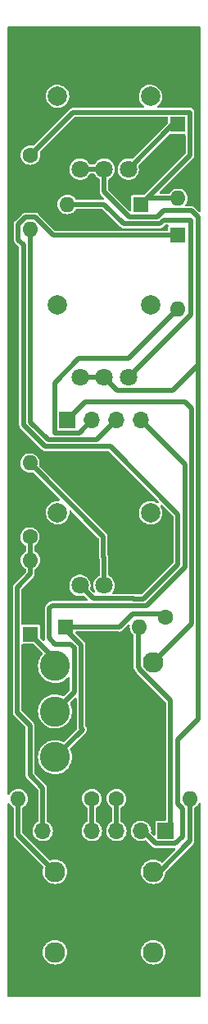
<source format=gbr>
%TF.GenerationSoftware,KiCad,Pcbnew,(6.0.6)*%
%TF.CreationDate,2022-08-14T12:46:34-07:00*%
%TF.ProjectId,ASREnvelope_control,41535245-6e76-4656-9c6f-70655f636f6e,rev?*%
%TF.SameCoordinates,PX8401e62PY2a5518e*%
%TF.FileFunction,Copper,L1,Top*%
%TF.FilePolarity,Positive*%
%FSLAX46Y46*%
G04 Gerber Fmt 4.6, Leading zero omitted, Abs format (unit mm)*
G04 Created by KiCad (PCBNEW (6.0.6)) date 2022-08-14 12:46:34*
%MOMM*%
%LPD*%
G01*
G04 APERTURE LIST*
%TA.AperFunction,ComponentPad*%
%ADD10C,2.000000*%
%TD*%
%TA.AperFunction,ComponentPad*%
%ADD11C,1.800000*%
%TD*%
%TA.AperFunction,ComponentPad*%
%ADD12R,1.700000X1.700000*%
%TD*%
%TA.AperFunction,ComponentPad*%
%ADD13O,1.700000X1.700000*%
%TD*%
%TA.AperFunction,ComponentPad*%
%ADD14C,1.600000*%
%TD*%
%TA.AperFunction,ComponentPad*%
%ADD15O,1.600000X1.600000*%
%TD*%
%TA.AperFunction,ComponentPad*%
%ADD16C,3.100000*%
%TD*%
%TA.AperFunction,ComponentPad*%
%ADD17R,1.600000X1.600000*%
%TD*%
%TA.AperFunction,ComponentPad*%
%ADD18C,2.130000*%
%TD*%
%TA.AperFunction,Conductor*%
%ADD19C,0.500000*%
%TD*%
G04 APERTURE END LIST*
D10*
%TO.P,RV1,*%
%TO.N,*%
X14800000Y-50080000D03*
X5200000Y-50080000D03*
D11*
%TO.P,RV1,1,1*%
%TO.N,GND*%
X12500000Y-57580000D03*
%TO.P,RV1,2,2*%
%TO.N,Net-(R4-Pad2)*%
X10000000Y-57580000D03*
%TO.P,RV1,3,3*%
%TO.N,Net-(D5-Pad1)*%
X7500000Y-57580000D03*
%TD*%
D12*
%TO.P,J6,1,Pin_1*%
%TO.N,GateJackA*%
X6200000Y-40555000D03*
D13*
%TO.P,J6,2,Pin_2*%
%TO.N,Conn1A*%
X8740000Y-40555000D03*
%TO.P,J6,3,Pin_3*%
%TO.N,Conn2A*%
X11280000Y-40555000D03*
%TO.P,J6,4,Pin_4*%
%TO.N,Switch2A*%
X13820000Y-40555000D03*
%TD*%
D14*
%TO.P,R8,1*%
%TO.N,Net-(D7-Pad2)*%
X2380000Y-13250000D03*
D15*
%TO.P,R8,2*%
%TO.N,Conn2A*%
X2380000Y-20870000D03*
%TD*%
D16*
%TO.P,SW1,1,A*%
%TO.N,Net-(D6-Pad1)*%
X4920000Y-75265000D03*
%TO.P,SW1,2,B*%
%TO.N,Switch2A*%
X4920000Y-70565000D03*
%TO.P,SW1,3,C*%
%TO.N,Net-(D4-Pad1)*%
X4920000Y-65865000D03*
%TD*%
D14*
%TO.P,R4,1*%
%TO.N,Switch3A*%
X2329200Y-52588450D03*
D15*
%TO.P,R4,2*%
%TO.N,Net-(R4-Pad2)*%
X2329200Y-44968450D03*
%TD*%
D17*
%TO.P,D6,1,K*%
%TO.N,Net-(D6-Pad1)*%
X6037600Y-61834050D03*
D15*
%TO.P,D6,2,A*%
%TO.N,Switch1A*%
X13657600Y-61834050D03*
%TD*%
D14*
%TO.P,R15,1*%
%TO.N,InvOutJackA*%
X8730000Y-79563250D03*
D15*
%TO.P,R15,2*%
%TO.N,Net-(J4-PadT)*%
X1110000Y-79563250D03*
%TD*%
D14*
%TO.P,R5,1*%
%TO.N,Net-(D6-Pad1)*%
X16350000Y-60868850D03*
D15*
%TO.P,R5,2*%
%TO.N,GND*%
X16350000Y-53248850D03*
%TD*%
D17*
%TO.P,D7,1,K*%
%TO.N,Net-(D7-Pad1)*%
X17620000Y-10075000D03*
D15*
%TO.P,D7,2,A*%
%TO.N,Net-(D7-Pad2)*%
X17620000Y-17695000D03*
%TD*%
D18*
%TO.P,J1,S*%
%TO.N,GND*%
X15080000Y-76880000D03*
%TO.P,J1,T*%
%TO.N,GateJackA*%
X15080000Y-65480000D03*
%TO.P,J1,TN*%
%TO.N,GND*%
X15080000Y-73780000D03*
%TD*%
%TO.P,J4,S*%
%TO.N,GND*%
X4920000Y-98470000D03*
%TO.P,J4,T*%
%TO.N,Net-(J4-PadT)*%
X4920000Y-87070000D03*
%TO.P,J4,TN*%
%TO.N,unconnected-(J4-PadTN)*%
X4920000Y-95370000D03*
%TD*%
%TO.P,J3,S*%
%TO.N,GND*%
X15080000Y-98470000D03*
%TO.P,J3,T*%
%TO.N,Net-(J3-PadT)*%
X15080000Y-87070000D03*
%TO.P,J3,TN*%
%TO.N,unconnected-(J3-PadTN)*%
X15080000Y-95370000D03*
%TD*%
D10*
%TO.P,RV2,*%
%TO.N,*%
X5200000Y-7192500D03*
X14800000Y-7192500D03*
D11*
%TO.P,RV2,1,1*%
%TO.N,Net-(D7-Pad1)*%
X12500000Y-14692500D03*
%TO.P,RV2,2,2*%
%TO.N,Conn3A*%
X10000000Y-14692500D03*
%TO.P,RV2,3,3*%
X7500000Y-14692500D03*
%TD*%
D10*
%TO.P,RV3,*%
%TO.N,*%
X14800000Y-28661650D03*
X5200000Y-28661650D03*
D11*
%TO.P,RV3,1,1*%
%TO.N,Net-(D8-Pad2)*%
X12500000Y-36161650D03*
%TO.P,RV3,2,2*%
%TO.N,Conn3A*%
X10000000Y-36161650D03*
%TO.P,RV3,3,3*%
X7500000Y-36161650D03*
%TD*%
D17*
%TO.P,D8,1,K*%
%TO.N,Net-(D7-Pad2)*%
X13810000Y-18330000D03*
D15*
%TO.P,D8,2,A*%
%TO.N,Net-(D8-Pad2)*%
X6190000Y-18330000D03*
%TD*%
D17*
%TO.P,D5,1,K*%
%TO.N,Net-(D5-Pad1)*%
X17620000Y-21505000D03*
D15*
%TO.P,D5,2,A*%
%TO.N,Conn1A*%
X17620000Y-29125000D03*
%TD*%
D17*
%TO.P,D4,1,K*%
%TO.N,Net-(D4-Pad1)*%
X2380000Y-62596050D03*
D15*
%TO.P,D4,2,A*%
%TO.N,Switch3A*%
X2380000Y-54976050D03*
%TD*%
D12*
%TO.P,J5,1,Pin_1*%
%TO.N,Switch1A*%
X16350000Y-82865250D03*
D13*
%TO.P,J5,2,Pin_2*%
%TO.N,Conn3A*%
X13810000Y-82865250D03*
%TO.P,J5,3,Pin_3*%
%TO.N,OutJackA*%
X11270000Y-82865250D03*
%TO.P,J5,4,Pin_4*%
%TO.N,InvOutJackA*%
X8730000Y-82865250D03*
%TO.P,J5,5,Pin_5*%
%TO.N,GND*%
X6190000Y-82865250D03*
%TO.P,J5,6,Pin_6*%
%TO.N,Switch3A*%
X3650000Y-82865250D03*
%TD*%
D14*
%TO.P,R14,1*%
%TO.N,OutJackA*%
X11270000Y-79563250D03*
D15*
%TO.P,R14,2*%
%TO.N,Net-(J3-PadT)*%
X18890000Y-79563250D03*
%TD*%
D19*
%TO.N,Net-(D4-Pad1)*%
X4920000Y-65865000D02*
X4920000Y-65136050D01*
X4920000Y-65136050D02*
X2380000Y-62596050D01*
%TO.N,Switch3A*%
X2380000Y-52639250D02*
X2329200Y-52588450D01*
X3650000Y-78435633D02*
X3650000Y-82865250D01*
X2329200Y-71994050D02*
X2329200Y-77114833D01*
X2329200Y-77114833D02*
X3650000Y-78435633D01*
X2380000Y-56398450D02*
X1008400Y-57770050D01*
X2380000Y-54976050D02*
X2380000Y-56398450D01*
X2380000Y-54976050D02*
X2380000Y-52639250D01*
X1008400Y-57770050D02*
X1008400Y-70673250D01*
X1008400Y-70673250D02*
X2329200Y-71994050D01*
%TO.N,Net-(D5-Pad1)*%
X3918850Y-43280850D02*
X1668800Y-41030800D01*
X1130000Y-20352233D02*
X1862233Y-19620000D01*
X14078850Y-58949650D02*
X17607625Y-55420875D01*
X4782767Y-21505000D02*
X17620000Y-21505000D01*
X1862233Y-19620000D02*
X2897767Y-19620000D01*
X1668800Y-41030800D02*
X1668800Y-22514850D01*
X8850000Y-58930000D02*
X13059189Y-58930000D01*
X7500000Y-57580000D02*
X8850000Y-58930000D01*
X13059189Y-58930000D02*
X13078839Y-58949650D01*
X17607625Y-50239275D02*
X10649200Y-43280850D01*
X10649200Y-43280850D02*
X3918850Y-43280850D01*
X13078839Y-58949650D02*
X14078850Y-58949650D01*
X1668800Y-22514850D02*
X1130000Y-21976050D01*
X17607625Y-55420875D02*
X17607625Y-50239275D01*
X2897767Y-19620000D02*
X4782767Y-21505000D01*
X1130000Y-21976050D02*
X1130000Y-20352233D01*
%TO.N,Conn1A*%
X4869200Y-41824200D02*
X4869200Y-36688050D01*
X12546150Y-34198850D02*
X17620000Y-29125000D01*
X4869200Y-36688050D02*
X7358400Y-34198850D01*
X7358400Y-34198850D02*
X12546150Y-34198850D01*
X7440000Y-41855000D02*
X4900000Y-41855000D01*
X8740000Y-40555000D02*
X7440000Y-41855000D01*
X4900000Y-41855000D02*
X4869200Y-41824200D01*
%TO.N,Net-(D6-Pad1)*%
X11574800Y-61884850D02*
X11524000Y-61834050D01*
X6037600Y-61834050D02*
X6037600Y-62114100D01*
X12946400Y-60513250D02*
X15994400Y-60513250D01*
X12946400Y-60513250D02*
X11574800Y-61884850D01*
X7620000Y-72275400D02*
X7764800Y-72420200D01*
X7764800Y-72420200D02*
X4920000Y-75265000D01*
X7620000Y-63696500D02*
X7620000Y-72275400D01*
X6037600Y-62114100D02*
X7620000Y-63696500D01*
X11524000Y-61834050D02*
X6037600Y-61834050D01*
X15994400Y-60513250D02*
X16350000Y-60868850D01*
%TO.N,Switch1A*%
X13657600Y-61834050D02*
X13505200Y-61986450D01*
X13505200Y-61986450D02*
X13505200Y-65948850D01*
X16858000Y-82357250D02*
X16858000Y-69403250D01*
X16350000Y-82865250D02*
X16858000Y-82357250D01*
X13657600Y-66202850D02*
X13657600Y-66101250D01*
X16858000Y-69403250D02*
X13657600Y-66202850D01*
X13657600Y-66101250D02*
X13505200Y-65948850D01*
%TO.N,Net-(D7-Pad1)*%
X17117500Y-10075000D02*
X12500000Y-14692500D01*
X17620000Y-10075000D02*
X17117500Y-10075000D01*
%TO.N,Net-(D7-Pad2)*%
X17620000Y-17695000D02*
X14445000Y-17695000D01*
X6805000Y-8825000D02*
X2380000Y-13250000D01*
X13810000Y-18330000D02*
X18870000Y-13270000D01*
X14445000Y-17695000D02*
X13810000Y-18330000D01*
X18870000Y-13270000D02*
X18870000Y-8825000D01*
X18870000Y-8825000D02*
X6805000Y-8825000D01*
%TO.N,Net-(D8-Pad2)*%
X15765150Y-20330450D02*
X12032000Y-20330450D01*
X18991600Y-19924050D02*
X16171550Y-19924050D01*
X12500000Y-36161650D02*
X18991600Y-29670050D01*
X10031550Y-18330000D02*
X6190000Y-18330000D01*
X16171550Y-19924050D02*
X15765150Y-20330450D01*
X18991600Y-29670050D02*
X18991600Y-19924050D01*
X12032000Y-20330450D02*
X10031550Y-18330000D01*
%TO.N,GateJackA*%
X19050000Y-39337250D02*
X18402753Y-38690003D01*
X19050000Y-61510000D02*
X19050000Y-39337250D01*
X8064997Y-38690003D02*
X6200000Y-40555000D01*
X15080000Y-65480000D02*
X19050000Y-61510000D01*
X18402753Y-38690003D02*
X8064997Y-38690003D01*
%TO.N,Net-(J3-PadT)*%
X15735200Y-87070000D02*
X15080000Y-87070000D01*
X18890000Y-83915200D02*
X15735200Y-87070000D01*
X18890000Y-79563250D02*
X18890000Y-83915200D01*
%TO.N,Net-(J4-PadT)*%
X1110000Y-83260000D02*
X1110000Y-79563250D01*
X4920000Y-87070000D02*
X1110000Y-83260000D01*
%TO.N,OutJackA*%
X11270000Y-79563250D02*
X11270000Y-82865250D01*
%TO.N,InvOutJackA*%
X8730000Y-79563250D02*
X8730000Y-82865250D01*
%TO.N,Switch2A*%
X4615200Y-59649650D02*
X14368800Y-59649650D01*
X18350000Y-55668450D02*
X18350000Y-45085000D01*
X6920000Y-63986450D02*
X6545600Y-63612050D01*
X6545600Y-63612050D02*
X4920000Y-63612050D01*
X4920000Y-63612050D02*
X4310400Y-63002450D01*
X4310400Y-59954450D02*
X4615200Y-59649650D01*
X14368800Y-59649650D02*
X18350000Y-55668450D01*
X18350000Y-45085000D02*
X13820000Y-40555000D01*
X4920000Y-70565000D02*
X6920000Y-68565000D01*
X6920000Y-68565000D02*
X6920000Y-63986450D01*
X4310400Y-63002450D02*
X4310400Y-59954450D01*
%TO.N,Conn3A*%
X19750000Y-71337250D02*
X19750000Y-34950450D01*
X10000000Y-14692500D02*
X10000000Y-17028450D01*
X13860800Y-82712850D02*
X15313200Y-84165250D01*
X17386800Y-84165250D02*
X18128000Y-83424050D01*
X19691600Y-19634101D02*
X19691600Y-34892050D01*
X10000000Y-14692500D02*
X7500000Y-14692500D01*
X17640000Y-73447250D02*
X19750000Y-71337250D01*
X15313200Y-84165250D02*
X17386800Y-84165250D01*
X18128000Y-83424050D02*
X18128000Y-80569017D01*
X16146800Y-18958850D02*
X19016349Y-18958850D01*
X12590800Y-19619250D02*
X15486400Y-19619250D01*
X13810000Y-82865250D02*
X13810000Y-82763650D01*
X10000000Y-17028450D02*
X12590800Y-19619250D01*
X17640000Y-80081017D02*
X17640000Y-73447250D01*
X10000000Y-36161650D02*
X7500000Y-36161650D01*
X19016349Y-18958850D02*
X19691600Y-19634101D01*
X19691600Y-34892050D02*
X17072000Y-37511650D01*
X19750000Y-34950450D02*
X19691600Y-34892050D01*
X17072000Y-37511650D02*
X11350000Y-37511650D01*
X15486400Y-19619250D02*
X16146800Y-18958850D01*
X18128000Y-80569017D02*
X17640000Y-80081017D01*
X11350000Y-37511650D02*
X10000000Y-36161650D01*
X13810000Y-82763650D02*
X13860800Y-82712850D01*
%TO.N,Conn2A*%
X4208800Y-42580850D02*
X2380000Y-40752050D01*
X11280000Y-40555000D02*
X9254150Y-42580850D01*
X2380000Y-40752050D02*
X2380000Y-20870000D01*
X9254150Y-42580850D02*
X4208800Y-42580850D01*
%TO.N,Net-(R4-Pad2)*%
X9898400Y-52537650D02*
X9898400Y-54620450D01*
X2329200Y-44968450D02*
X9898400Y-52537650D01*
X9898400Y-54620450D02*
X10000000Y-54722050D01*
X10000000Y-54722050D02*
X10000000Y-57580000D01*
%TD*%
%TA.AperFunction,Conductor*%
%TO.N,GND*%
G36*
X19941121Y-21002D02*
G01*
X19987614Y-74658D01*
X19999000Y-127000D01*
X19999000Y-19000208D01*
X19978998Y-19068329D01*
X19925342Y-19114822D01*
X19855068Y-19124926D01*
X19790488Y-19095432D01*
X19783905Y-19089303D01*
X19359102Y-18664500D01*
X19349248Y-18653411D01*
X19334056Y-18634141D01*
X19334054Y-18634139D01*
X19328221Y-18626740D01*
X19320474Y-18621385D01*
X19320472Y-18621384D01*
X19281680Y-18594574D01*
X19279964Y-18593388D01*
X19276752Y-18591093D01*
X19237107Y-18561810D01*
X19237106Y-18561809D01*
X19229533Y-18556216D01*
X19222717Y-18553823D01*
X19216780Y-18549719D01*
X19207800Y-18546879D01*
X19207798Y-18546878D01*
X19187632Y-18540500D01*
X19160830Y-18532024D01*
X19157099Y-18530779D01*
X19110612Y-18514454D01*
X19110610Y-18514454D01*
X19101718Y-18511331D01*
X19094530Y-18511049D01*
X19094471Y-18511038D01*
X19087619Y-18508870D01*
X19081012Y-18508350D01*
X19028333Y-18508350D01*
X19023386Y-18508253D01*
X18966355Y-18506012D01*
X18959249Y-18507896D01*
X18951002Y-18508350D01*
X18514873Y-18508350D01*
X18446752Y-18488348D01*
X18400259Y-18434692D01*
X18390155Y-18364418D01*
X18419492Y-18300019D01*
X18437480Y-18279179D01*
X18437481Y-18279177D01*
X18441509Y-18274511D01*
X18458598Y-18244430D01*
X18503435Y-18165502D01*
X18538425Y-18103909D01*
X18600358Y-17917732D01*
X18624949Y-17723071D01*
X18625341Y-17695000D01*
X18606194Y-17499728D01*
X18604413Y-17493829D01*
X18604412Y-17493824D01*
X18551265Y-17317793D01*
X18549484Y-17311894D01*
X18457370Y-17138653D01*
X18333361Y-16986602D01*
X18182180Y-16861535D01*
X18009585Y-16768213D01*
X17915868Y-16739203D01*
X17828039Y-16712015D01*
X17828036Y-16712014D01*
X17822152Y-16710193D01*
X17816027Y-16709549D01*
X17816026Y-16709549D01*
X17633147Y-16690327D01*
X17633146Y-16690327D01*
X17627019Y-16689683D01*
X17504383Y-16700844D01*
X17437759Y-16706907D01*
X17437758Y-16706907D01*
X17431618Y-16707466D01*
X17425704Y-16709207D01*
X17425702Y-16709207D01*
X17296734Y-16747165D01*
X17243393Y-16762864D01*
X17237928Y-16765721D01*
X17074972Y-16850912D01*
X17074968Y-16850915D01*
X17069512Y-16853767D01*
X17064712Y-16857627D01*
X17064711Y-16857627D01*
X17038437Y-16878752D01*
X16916600Y-16976711D01*
X16790480Y-17127016D01*
X16761789Y-17179204D01*
X16711446Y-17229260D01*
X16651377Y-17244500D01*
X15836793Y-17244500D01*
X15768672Y-17224498D01*
X15722179Y-17170842D01*
X15712075Y-17100568D01*
X15741569Y-17035988D01*
X15747698Y-17029405D01*
X19164350Y-13612753D01*
X19175439Y-13602899D01*
X19194711Y-13587706D01*
X19194715Y-13587702D01*
X19202110Y-13581872D01*
X19207464Y-13574125D01*
X19207468Y-13574121D01*
X19235477Y-13533596D01*
X19237758Y-13530402D01*
X19272635Y-13483183D01*
X19275029Y-13476366D01*
X19279131Y-13470431D01*
X19296812Y-13414525D01*
X19298060Y-13410785D01*
X19314400Y-13364255D01*
X19314401Y-13364252D01*
X19317520Y-13355369D01*
X19317803Y-13348184D01*
X19317817Y-13348111D01*
X19319980Y-13341270D01*
X19320500Y-13334663D01*
X19320500Y-13282009D01*
X19320597Y-13277062D01*
X19321798Y-13246495D01*
X19322839Y-13220006D01*
X19320954Y-13212897D01*
X19320500Y-13204648D01*
X19320500Y-8891055D01*
X19321839Y-8879353D01*
X19321319Y-8879312D01*
X19322058Y-8869921D01*
X19324185Y-8860745D01*
X19320815Y-8813150D01*
X19320500Y-8804252D01*
X19320500Y-8791150D01*
X19318886Y-8780414D01*
X19317801Y-8770582D01*
X19315282Y-8735013D01*
X19314617Y-8725616D01*
X19311217Y-8716829D01*
X19309355Y-8708498D01*
X19306849Y-8700351D01*
X19305449Y-8691038D01*
X19285933Y-8650396D01*
X19282006Y-8641321D01*
X19269136Y-8608055D01*
X19265739Y-8599274D01*
X19259909Y-8591879D01*
X19255682Y-8584468D01*
X19250885Y-8577409D01*
X19246809Y-8568921D01*
X19222247Y-8542349D01*
X19216200Y-8535807D01*
X19209779Y-8528288D01*
X19187705Y-8500288D01*
X19187702Y-8500285D01*
X19181872Y-8492890D01*
X19174126Y-8487537D01*
X19167902Y-8481692D01*
X19161248Y-8476361D01*
X19154854Y-8469444D01*
X19115862Y-8446796D01*
X19107509Y-8441495D01*
X19078178Y-8421223D01*
X19078177Y-8421222D01*
X19070431Y-8415869D01*
X19061452Y-8413029D01*
X19053781Y-8409271D01*
X19045854Y-8406132D01*
X19037713Y-8401404D01*
X19028546Y-8399279D01*
X19028543Y-8399278D01*
X18993793Y-8391224D01*
X18984249Y-8388613D01*
X18959615Y-8380822D01*
X18941270Y-8375020D01*
X18934663Y-8374500D01*
X18932193Y-8374500D01*
X18931401Y-8374469D01*
X18924325Y-8373518D01*
X18924312Y-8373681D01*
X18914921Y-8372942D01*
X18905745Y-8370815D01*
X18896350Y-8371480D01*
X18896347Y-8371480D01*
X18858151Y-8374185D01*
X18849252Y-8374500D01*
X15604907Y-8374500D01*
X15536786Y-8354498D01*
X15490293Y-8300842D01*
X15480189Y-8230568D01*
X15509683Y-8165988D01*
X15524337Y-8151626D01*
X15648085Y-8048705D01*
X15648086Y-8048704D01*
X15652518Y-8045018D01*
X15793602Y-7875384D01*
X15901410Y-7682879D01*
X15903266Y-7677412D01*
X15903268Y-7677407D01*
X15970475Y-7479421D01*
X15970476Y-7479416D01*
X15972331Y-7473952D01*
X15973159Y-7468243D01*
X15973160Y-7468238D01*
X16003458Y-7259272D01*
X16003991Y-7255598D01*
X16005643Y-7192500D01*
X15985454Y-6972789D01*
X15925565Y-6760436D01*
X15827980Y-6562553D01*
X15695967Y-6385767D01*
X15533949Y-6235999D01*
X15347350Y-6118264D01*
X15142421Y-6036506D01*
X15136761Y-6035380D01*
X15136757Y-6035379D01*
X14931691Y-5994589D01*
X14931688Y-5994589D01*
X14926024Y-5993462D01*
X14920249Y-5993386D01*
X14920245Y-5993386D01*
X14809504Y-5991937D01*
X14705406Y-5990574D01*
X14699709Y-5991553D01*
X14699708Y-5991553D01*
X14493654Y-6026959D01*
X14493653Y-6026959D01*
X14487957Y-6027938D01*
X14280957Y-6104304D01*
X14091341Y-6217114D01*
X13925457Y-6362590D01*
X13788863Y-6535860D01*
X13686131Y-6731120D01*
X13620703Y-6941833D01*
X13594770Y-7160940D01*
X13609200Y-7381104D01*
X13610621Y-7386700D01*
X13610622Y-7386705D01*
X13662090Y-7589357D01*
X13663511Y-7594952D01*
X13665928Y-7600194D01*
X13665928Y-7600195D01*
X13704046Y-7682879D01*
X13755883Y-7795321D01*
X13883222Y-7975502D01*
X14041264Y-8129461D01*
X14062627Y-8143735D01*
X14108154Y-8198211D01*
X14117003Y-8268654D01*
X14086362Y-8332698D01*
X14025961Y-8370010D01*
X13992625Y-8374500D01*
X6839220Y-8374500D01*
X6824411Y-8373627D01*
X6804986Y-8371328D01*
X6790690Y-8369636D01*
X6781426Y-8371328D01*
X6781425Y-8371328D01*
X6732999Y-8380172D01*
X6729096Y-8380822D01*
X6680355Y-8388150D01*
X6680354Y-8388150D01*
X6671038Y-8389551D01*
X6664525Y-8392679D01*
X6657427Y-8393975D01*
X6605353Y-8421025D01*
X6601863Y-8422768D01*
X6548921Y-8448191D01*
X6543635Y-8453077D01*
X6543587Y-8453110D01*
X6537212Y-8456421D01*
X6532172Y-8460725D01*
X6494945Y-8497952D01*
X6491380Y-8501381D01*
X6449444Y-8540146D01*
X6445751Y-8546505D01*
X6440234Y-8552663D01*
X2747044Y-12245853D01*
X2684732Y-12279879D01*
X2620693Y-12277123D01*
X2582152Y-12265193D01*
X2453206Y-12251640D01*
X2393147Y-12245327D01*
X2393146Y-12245327D01*
X2387019Y-12244683D01*
X2264383Y-12255844D01*
X2197759Y-12261907D01*
X2197758Y-12261907D01*
X2191618Y-12262466D01*
X2185704Y-12264207D01*
X2185702Y-12264207D01*
X2141818Y-12277123D01*
X2003393Y-12317864D01*
X1997928Y-12320721D01*
X1834972Y-12405912D01*
X1834968Y-12405915D01*
X1829512Y-12408767D01*
X1676600Y-12531711D01*
X1550480Y-12682016D01*
X1547516Y-12687408D01*
X1547513Y-12687412D01*
X1468813Y-12830567D01*
X1455956Y-12853954D01*
X1454095Y-12859821D01*
X1454094Y-12859823D01*
X1426292Y-12947466D01*
X1396628Y-13040978D01*
X1374757Y-13235963D01*
X1391175Y-13431483D01*
X1445258Y-13620091D01*
X1451209Y-13631671D01*
X1532123Y-13789113D01*
X1532126Y-13789117D01*
X1534944Y-13794601D01*
X1656818Y-13948369D01*
X1806238Y-14075535D01*
X1811616Y-14078541D01*
X1811618Y-14078542D01*
X1842260Y-14095667D01*
X1977513Y-14171257D01*
X2164118Y-14231889D01*
X2358946Y-14255121D01*
X2365081Y-14254649D01*
X2365083Y-14254649D01*
X2548434Y-14240541D01*
X2548438Y-14240540D01*
X2554576Y-14240068D01*
X2743556Y-14187303D01*
X2918689Y-14098837D01*
X2948515Y-14075535D01*
X3068453Y-13981829D01*
X3073303Y-13978040D01*
X3094946Y-13952967D01*
X3197485Y-13834173D01*
X3197485Y-13834172D01*
X3201509Y-13829511D01*
X3298425Y-13658909D01*
X3360358Y-13472732D01*
X3384949Y-13278071D01*
X3385341Y-13250000D01*
X3366194Y-13054728D01*
X3352318Y-13008768D01*
X3351778Y-12937774D01*
X3383846Y-12883257D01*
X6954698Y-9312405D01*
X7017010Y-9278379D01*
X7043793Y-9275500D01*
X16493500Y-9275500D01*
X16561621Y-9295502D01*
X16608114Y-9349158D01*
X16619500Y-9401500D01*
X16619500Y-9883707D01*
X16599498Y-9951828D01*
X16582595Y-9972802D01*
X12950292Y-13605105D01*
X12887980Y-13639131D01*
X12825572Y-13633983D01*
X12824803Y-13636579D01*
X12819259Y-13634937D01*
X12813898Y-13632798D01*
X12615526Y-13593339D01*
X12609752Y-13593263D01*
X12609748Y-13593263D01*
X12507257Y-13591922D01*
X12413286Y-13590692D01*
X12407589Y-13591671D01*
X12407588Y-13591671D01*
X12219646Y-13623965D01*
X12219645Y-13623965D01*
X12213949Y-13624944D01*
X12024193Y-13694949D01*
X12019232Y-13697901D01*
X12019231Y-13697901D01*
X11856693Y-13794601D01*
X11850371Y-13798362D01*
X11698305Y-13931720D01*
X11573089Y-14090557D01*
X11478914Y-14269553D01*
X11418937Y-14462713D01*
X11395164Y-14663569D01*
X11408392Y-14865394D01*
X11458178Y-15061428D01*
X11542856Y-15245107D01*
X11659588Y-15410280D01*
X11804466Y-15551413D01*
X11972637Y-15663782D01*
X11977940Y-15666060D01*
X11977943Y-15666062D01*
X12153163Y-15741342D01*
X12158470Y-15743622D01*
X12355740Y-15788260D01*
X12361509Y-15788487D01*
X12361512Y-15788487D01*
X12437683Y-15791479D01*
X12557842Y-15796200D01*
X12644132Y-15783689D01*
X12752286Y-15768008D01*
X12752291Y-15768007D01*
X12758007Y-15767178D01*
X12763479Y-15765320D01*
X12763481Y-15765320D01*
X12944067Y-15704019D01*
X12944069Y-15704018D01*
X12949531Y-15702164D01*
X13126001Y-15603337D01*
X13188433Y-15551413D01*
X13277073Y-15477691D01*
X13281505Y-15474005D01*
X13410837Y-15318501D01*
X13509664Y-15142031D01*
X13574678Y-14950507D01*
X13575507Y-14944791D01*
X13575508Y-14944786D01*
X13603167Y-14754016D01*
X13603700Y-14750342D01*
X13605215Y-14692500D01*
X13586708Y-14491091D01*
X13552154Y-14368572D01*
X13552914Y-14297579D01*
X13584328Y-14245275D01*
X16717198Y-11112405D01*
X16779510Y-11078379D01*
X16806293Y-11075500D01*
X18293500Y-11075500D01*
X18361621Y-11095502D01*
X18408114Y-11149158D01*
X18419500Y-11201500D01*
X18419500Y-13031206D01*
X18399498Y-13099327D01*
X18382595Y-13120301D01*
X14210302Y-17292595D01*
X14147990Y-17326621D01*
X14121207Y-17329500D01*
X12990252Y-17329500D01*
X12984184Y-17330707D01*
X12943939Y-17338712D01*
X12943938Y-17338712D01*
X12931769Y-17341133D01*
X12865448Y-17385448D01*
X12821133Y-17451769D01*
X12818712Y-17463938D01*
X12818712Y-17463939D01*
X12813774Y-17488767D01*
X12809500Y-17510252D01*
X12809500Y-18896657D01*
X12789498Y-18964778D01*
X12735842Y-19011271D01*
X12665568Y-19021375D01*
X12600988Y-18991881D01*
X12594405Y-18985752D01*
X10487405Y-16878752D01*
X10453379Y-16816440D01*
X10450500Y-16789657D01*
X10450500Y-15775472D01*
X10470502Y-15707351D01*
X10514934Y-15665537D01*
X10620964Y-15606158D01*
X10620965Y-15606157D01*
X10626001Y-15603337D01*
X10688433Y-15551413D01*
X10777073Y-15477691D01*
X10781505Y-15474005D01*
X10910837Y-15318501D01*
X11009664Y-15142031D01*
X11074678Y-14950507D01*
X11075507Y-14944791D01*
X11075508Y-14944786D01*
X11103167Y-14754016D01*
X11103700Y-14750342D01*
X11105215Y-14692500D01*
X11086708Y-14491091D01*
X11031807Y-14296426D01*
X10942351Y-14115027D01*
X10924079Y-14090557D01*
X10824788Y-13957591D01*
X10824787Y-13957590D01*
X10821335Y-13952967D01*
X10798350Y-13931720D01*
X10677053Y-13819594D01*
X10677051Y-13819592D01*
X10672812Y-13815674D01*
X10645374Y-13798362D01*
X10506637Y-13710825D01*
X10501757Y-13707746D01*
X10313898Y-13632798D01*
X10115526Y-13593339D01*
X10109752Y-13593263D01*
X10109748Y-13593263D01*
X10007257Y-13591922D01*
X9913286Y-13590692D01*
X9907589Y-13591671D01*
X9907588Y-13591671D01*
X9719646Y-13623965D01*
X9719645Y-13623965D01*
X9713949Y-13624944D01*
X9524193Y-13694949D01*
X9519232Y-13697901D01*
X9519231Y-13697901D01*
X9356693Y-13794601D01*
X9350371Y-13798362D01*
X9198305Y-13931720D01*
X9073089Y-14090557D01*
X9070400Y-14095668D01*
X9070398Y-14095671D01*
X9028836Y-14174667D01*
X8979417Y-14225640D01*
X8917328Y-14242000D01*
X8583319Y-14242000D01*
X8515198Y-14221998D01*
X8470313Y-14171729D01*
X8470080Y-14171257D01*
X8442351Y-14115027D01*
X8424079Y-14090557D01*
X8324788Y-13957591D01*
X8324787Y-13957590D01*
X8321335Y-13952967D01*
X8298350Y-13931720D01*
X8177053Y-13819594D01*
X8177051Y-13819592D01*
X8172812Y-13815674D01*
X8145374Y-13798362D01*
X8006637Y-13710825D01*
X8001757Y-13707746D01*
X7813898Y-13632798D01*
X7615526Y-13593339D01*
X7609752Y-13593263D01*
X7609748Y-13593263D01*
X7507257Y-13591922D01*
X7413286Y-13590692D01*
X7407589Y-13591671D01*
X7407588Y-13591671D01*
X7219646Y-13623965D01*
X7219645Y-13623965D01*
X7213949Y-13624944D01*
X7024193Y-13694949D01*
X7019232Y-13697901D01*
X7019231Y-13697901D01*
X6856693Y-13794601D01*
X6850371Y-13798362D01*
X6698305Y-13931720D01*
X6573089Y-14090557D01*
X6478914Y-14269553D01*
X6418937Y-14462713D01*
X6395164Y-14663569D01*
X6408392Y-14865394D01*
X6458178Y-15061428D01*
X6542856Y-15245107D01*
X6659588Y-15410280D01*
X6804466Y-15551413D01*
X6972637Y-15663782D01*
X6977940Y-15666060D01*
X6977943Y-15666062D01*
X7153163Y-15741342D01*
X7158470Y-15743622D01*
X7355740Y-15788260D01*
X7361509Y-15788487D01*
X7361512Y-15788487D01*
X7437683Y-15791479D01*
X7557842Y-15796200D01*
X7644132Y-15783689D01*
X7752286Y-15768008D01*
X7752291Y-15768007D01*
X7758007Y-15767178D01*
X7763479Y-15765320D01*
X7763481Y-15765320D01*
X7944067Y-15704019D01*
X7944069Y-15704018D01*
X7949531Y-15702164D01*
X8126001Y-15603337D01*
X8188433Y-15551413D01*
X8277073Y-15477691D01*
X8281505Y-15474005D01*
X8410837Y-15318501D01*
X8454875Y-15239865D01*
X8473037Y-15207434D01*
X8523774Y-15157772D01*
X8582972Y-15143000D01*
X8915126Y-15143000D01*
X8983247Y-15163002D01*
X9029552Y-15216248D01*
X9042856Y-15245107D01*
X9159588Y-15410280D01*
X9304466Y-15551413D01*
X9472637Y-15663782D01*
X9477943Y-15666062D01*
X9483023Y-15668820D01*
X9481776Y-15671117D01*
X9527910Y-15709277D01*
X9549500Y-15779808D01*
X9549500Y-16994230D01*
X9548627Y-17009039D01*
X9544636Y-17042760D01*
X9546328Y-17052024D01*
X9546328Y-17052025D01*
X9555172Y-17100451D01*
X9555822Y-17104354D01*
X9560260Y-17133869D01*
X9564551Y-17162412D01*
X9567679Y-17168925D01*
X9568975Y-17176023D01*
X9596025Y-17228097D01*
X9597768Y-17231587D01*
X9623191Y-17284529D01*
X9628077Y-17289815D01*
X9628110Y-17289863D01*
X9631421Y-17296238D01*
X9635725Y-17301278D01*
X9672952Y-17338505D01*
X9676381Y-17342070D01*
X9715146Y-17384006D01*
X9721505Y-17387699D01*
X9727663Y-17393216D01*
X9998852Y-17664405D01*
X10032878Y-17726717D01*
X10027813Y-17797532D01*
X9985266Y-17854368D01*
X9918746Y-17879179D01*
X9909757Y-17879500D01*
X7159358Y-17879500D01*
X7091237Y-17859498D01*
X7048108Y-17812655D01*
X7027370Y-17773653D01*
X6903361Y-17621602D01*
X6752180Y-17496535D01*
X6579585Y-17403213D01*
X6485869Y-17374203D01*
X6398039Y-17347015D01*
X6398036Y-17347014D01*
X6392152Y-17345193D01*
X6386027Y-17344549D01*
X6386026Y-17344549D01*
X6203147Y-17325327D01*
X6203146Y-17325327D01*
X6197019Y-17324683D01*
X6074383Y-17335844D01*
X6007759Y-17341907D01*
X6007758Y-17341907D01*
X6001618Y-17342466D01*
X5995704Y-17344207D01*
X5995702Y-17344207D01*
X5883973Y-17377091D01*
X5813393Y-17397864D01*
X5807928Y-17400721D01*
X5644972Y-17485912D01*
X5644968Y-17485915D01*
X5639512Y-17488767D01*
X5634712Y-17492627D01*
X5634711Y-17492627D01*
X5620337Y-17504184D01*
X5486600Y-17611711D01*
X5360480Y-17762016D01*
X5357516Y-17767408D01*
X5357513Y-17767412D01*
X5278813Y-17910567D01*
X5265956Y-17933954D01*
X5206628Y-18120978D01*
X5184757Y-18315963D01*
X5201175Y-18511483D01*
X5255258Y-18700091D01*
X5258076Y-18705574D01*
X5342123Y-18869113D01*
X5342126Y-18869117D01*
X5344944Y-18874601D01*
X5466818Y-19028369D01*
X5616238Y-19155535D01*
X5621616Y-19158541D01*
X5621618Y-19158542D01*
X5680211Y-19191288D01*
X5787513Y-19251257D01*
X5974118Y-19311889D01*
X6168946Y-19335121D01*
X6175081Y-19334649D01*
X6175083Y-19334649D01*
X6358434Y-19320541D01*
X6358438Y-19320540D01*
X6364576Y-19320068D01*
X6553556Y-19267303D01*
X6728689Y-19178837D01*
X6734329Y-19174431D01*
X6843288Y-19089303D01*
X6883303Y-19058040D01*
X6913084Y-19023539D01*
X7007485Y-18914173D01*
X7007485Y-18914172D01*
X7011509Y-18909511D01*
X7048576Y-18844262D01*
X7099614Y-18794913D01*
X7158131Y-18780500D01*
X9792757Y-18780500D01*
X9860878Y-18800502D01*
X9881852Y-18817405D01*
X11689251Y-20624805D01*
X11699106Y-20635894D01*
X11720128Y-20662560D01*
X11727872Y-20667912D01*
X11727874Y-20667914D01*
X11768370Y-20695902D01*
X11771585Y-20698200D01*
X11818817Y-20733085D01*
X11825634Y-20735479D01*
X11831569Y-20739581D01*
X11840544Y-20742419D01*
X11840545Y-20742420D01*
X11862507Y-20749365D01*
X11887475Y-20757262D01*
X11891215Y-20758510D01*
X11937745Y-20774850D01*
X11937748Y-20774851D01*
X11946631Y-20777970D01*
X11953816Y-20778253D01*
X11953889Y-20778267D01*
X11960730Y-20780430D01*
X11967337Y-20780950D01*
X12019991Y-20780950D01*
X12024937Y-20781047D01*
X12081994Y-20783289D01*
X12089103Y-20781404D01*
X12097352Y-20780950D01*
X15730930Y-20780950D01*
X15745739Y-20781823D01*
X15779460Y-20785814D01*
X15788724Y-20784122D01*
X15788725Y-20784122D01*
X15837151Y-20775278D01*
X15841054Y-20774628D01*
X15889795Y-20767300D01*
X15889796Y-20767300D01*
X15899112Y-20765899D01*
X15905625Y-20762771D01*
X15912723Y-20761475D01*
X15964797Y-20734425D01*
X15968287Y-20732682D01*
X16021229Y-20707259D01*
X16026515Y-20702373D01*
X16026563Y-20702340D01*
X16032938Y-20699029D01*
X16037978Y-20694725D01*
X16075205Y-20657498D01*
X16078771Y-20654068D01*
X16113791Y-20621696D01*
X16120706Y-20615304D01*
X16124399Y-20608945D01*
X16129916Y-20602787D01*
X16321248Y-20411455D01*
X16383560Y-20377429D01*
X16410343Y-20374550D01*
X16563931Y-20374550D01*
X16632052Y-20394552D01*
X16678545Y-20448208D01*
X16688649Y-20518482D01*
X16668696Y-20570553D01*
X16631133Y-20626769D01*
X16628712Y-20638938D01*
X16628712Y-20638939D01*
X16624014Y-20662560D01*
X16619500Y-20685252D01*
X16619500Y-20928500D01*
X16599498Y-20996621D01*
X16545842Y-21043114D01*
X16493500Y-21054500D01*
X5021561Y-21054500D01*
X4953440Y-21034498D01*
X4932466Y-21017595D01*
X3240519Y-19325649D01*
X3230664Y-19314560D01*
X3227057Y-19309985D01*
X3209639Y-19287890D01*
X3201892Y-19282535D01*
X3201890Y-19282534D01*
X3165643Y-19257483D01*
X3161382Y-19254538D01*
X3158170Y-19252243D01*
X3118525Y-19222960D01*
X3118524Y-19222959D01*
X3110951Y-19217366D01*
X3104135Y-19214973D01*
X3098198Y-19210869D01*
X3089218Y-19208029D01*
X3089216Y-19208028D01*
X3069050Y-19201650D01*
X3042248Y-19193174D01*
X3038517Y-19191929D01*
X2992030Y-19175604D01*
X2992028Y-19175604D01*
X2983136Y-19172481D01*
X2975948Y-19172199D01*
X2975889Y-19172188D01*
X2969037Y-19170020D01*
X2962430Y-19169500D01*
X2909751Y-19169500D01*
X2904804Y-19169403D01*
X2847773Y-19167162D01*
X2840667Y-19169046D01*
X2832420Y-19169500D01*
X1896453Y-19169500D01*
X1881644Y-19168627D01*
X1857276Y-19165743D01*
X1847923Y-19164636D01*
X1838659Y-19166328D01*
X1838655Y-19166328D01*
X1790222Y-19175173D01*
X1786321Y-19175822D01*
X1737588Y-19183149D01*
X1737580Y-19183151D01*
X1728271Y-19184551D01*
X1721761Y-19187677D01*
X1714660Y-19188974D01*
X1706305Y-19193314D01*
X1662596Y-19216018D01*
X1659058Y-19217786D01*
X1658192Y-19218202D01*
X1606154Y-19243191D01*
X1600868Y-19248078D01*
X1600828Y-19248105D01*
X1594445Y-19251420D01*
X1589405Y-19255725D01*
X1552178Y-19292952D01*
X1548613Y-19296381D01*
X1506677Y-19335146D01*
X1502984Y-19341505D01*
X1497467Y-19347663D01*
X835650Y-20009480D01*
X824561Y-20019334D01*
X805291Y-20034526D01*
X805289Y-20034528D01*
X797890Y-20040361D01*
X792535Y-20048108D01*
X792534Y-20048110D01*
X764545Y-20088608D01*
X762250Y-20091820D01*
X727366Y-20139049D01*
X724973Y-20145865D01*
X720869Y-20151802D01*
X718029Y-20160782D01*
X718028Y-20160784D01*
X703182Y-20207728D01*
X701929Y-20211483D01*
X682481Y-20266864D01*
X682199Y-20274052D01*
X682188Y-20274111D01*
X680020Y-20280963D01*
X679500Y-20287570D01*
X679500Y-20340249D01*
X679403Y-20345195D01*
X677162Y-20402227D01*
X679046Y-20409333D01*
X679500Y-20417580D01*
X679500Y-21941830D01*
X678627Y-21956639D01*
X674636Y-21990360D01*
X676328Y-21999624D01*
X676328Y-21999625D01*
X685172Y-22048051D01*
X685822Y-22051954D01*
X694551Y-22110012D01*
X697679Y-22116525D01*
X698975Y-22123623D01*
X726025Y-22175697D01*
X727768Y-22179187D01*
X753191Y-22232129D01*
X758077Y-22237415D01*
X758110Y-22237463D01*
X761421Y-22243838D01*
X765725Y-22248878D01*
X802952Y-22286105D01*
X806381Y-22289670D01*
X845146Y-22331606D01*
X851505Y-22335299D01*
X857663Y-22340816D01*
X1181395Y-22664548D01*
X1215421Y-22726860D01*
X1218300Y-22753643D01*
X1218300Y-40996580D01*
X1217427Y-41011389D01*
X1213436Y-41045110D01*
X1215128Y-41054374D01*
X1215128Y-41054375D01*
X1223972Y-41102801D01*
X1224622Y-41106704D01*
X1233351Y-41164762D01*
X1236479Y-41171275D01*
X1237775Y-41178373D01*
X1264825Y-41230447D01*
X1266568Y-41233937D01*
X1291991Y-41286879D01*
X1296877Y-41292165D01*
X1296910Y-41292213D01*
X1300221Y-41298588D01*
X1304525Y-41303628D01*
X1341752Y-41340855D01*
X1345181Y-41344420D01*
X1383946Y-41386356D01*
X1390305Y-41390049D01*
X1396463Y-41395566D01*
X3576097Y-43575200D01*
X3585951Y-43586289D01*
X3601143Y-43605559D01*
X3606978Y-43612960D01*
X3614725Y-43618315D01*
X3614727Y-43618316D01*
X3655225Y-43646305D01*
X3658437Y-43648600D01*
X3705666Y-43683484D01*
X3712482Y-43685877D01*
X3718419Y-43689981D01*
X3727399Y-43692821D01*
X3727401Y-43692822D01*
X3747567Y-43699200D01*
X3774369Y-43707676D01*
X3778100Y-43708921D01*
X3824587Y-43725246D01*
X3824589Y-43725246D01*
X3833481Y-43728369D01*
X3840669Y-43728651D01*
X3840728Y-43728662D01*
X3847580Y-43730830D01*
X3854187Y-43731350D01*
X3906866Y-43731350D01*
X3911812Y-43731447D01*
X3968844Y-43733688D01*
X3975950Y-43731804D01*
X3984194Y-43731350D01*
X10410407Y-43731350D01*
X10478528Y-43751352D01*
X10499502Y-43768255D01*
X15605764Y-48874517D01*
X15639790Y-48936829D01*
X15634725Y-49007644D01*
X15592178Y-49064480D01*
X15525658Y-49089291D01*
X15456284Y-49074200D01*
X15449434Y-49070174D01*
X15352233Y-49008845D01*
X15352234Y-49008845D01*
X15347350Y-49005764D01*
X15142421Y-48924006D01*
X15136761Y-48922880D01*
X15136757Y-48922879D01*
X14931691Y-48882089D01*
X14931688Y-48882089D01*
X14926024Y-48880962D01*
X14920249Y-48880886D01*
X14920245Y-48880886D01*
X14809504Y-48879437D01*
X14705406Y-48878074D01*
X14699709Y-48879053D01*
X14699708Y-48879053D01*
X14493654Y-48914459D01*
X14493653Y-48914459D01*
X14487957Y-48915438D01*
X14280957Y-48991804D01*
X14275996Y-48994756D01*
X14275995Y-48994756D01*
X14117097Y-49089291D01*
X14091341Y-49104614D01*
X13925457Y-49250090D01*
X13788863Y-49423360D01*
X13686131Y-49618620D01*
X13620703Y-49829333D01*
X13594770Y-50048440D01*
X13609200Y-50268604D01*
X13610621Y-50274200D01*
X13610622Y-50274205D01*
X13662090Y-50476857D01*
X13663511Y-50482452D01*
X13665928Y-50487694D01*
X13665928Y-50487695D01*
X13704046Y-50570379D01*
X13755883Y-50682821D01*
X13883222Y-50863002D01*
X14041264Y-51016961D01*
X14046060Y-51020166D01*
X14046063Y-51020168D01*
X14130261Y-51076427D01*
X14224717Y-51139540D01*
X14230020Y-51141818D01*
X14230023Y-51141820D01*
X14422129Y-51224355D01*
X14427436Y-51226635D01*
X14507088Y-51244658D01*
X14636995Y-51274054D01*
X14637001Y-51274055D01*
X14642632Y-51275329D01*
X14648403Y-51275556D01*
X14648405Y-51275556D01*
X14716211Y-51278220D01*
X14863098Y-51283991D01*
X14972275Y-51268161D01*
X15075738Y-51253160D01*
X15075743Y-51253159D01*
X15081452Y-51252331D01*
X15086916Y-51250476D01*
X15086921Y-51250475D01*
X15284907Y-51183268D01*
X15284912Y-51183266D01*
X15290379Y-51181410D01*
X15482884Y-51073602D01*
X15652518Y-50932518D01*
X15793602Y-50762884D01*
X15901410Y-50570379D01*
X15903266Y-50564912D01*
X15903268Y-50564907D01*
X15970475Y-50366921D01*
X15970476Y-50366916D01*
X15972331Y-50361452D01*
X15973159Y-50355743D01*
X15973160Y-50355738D01*
X16003458Y-50146772D01*
X16003991Y-50143098D01*
X16005643Y-50080000D01*
X15985454Y-49860289D01*
X15925565Y-49647936D01*
X15827980Y-49450053D01*
X15824525Y-49445426D01*
X15823431Y-49443641D01*
X15804893Y-49375107D01*
X15826350Y-49307430D01*
X15880990Y-49262098D01*
X15951464Y-49253502D01*
X16019959Y-49288712D01*
X17120220Y-50388973D01*
X17154246Y-50451285D01*
X17157125Y-50478068D01*
X17157125Y-55182082D01*
X17137123Y-55250203D01*
X17120220Y-55271177D01*
X13929152Y-58462245D01*
X13866840Y-58496271D01*
X13840057Y-58499150D01*
X13213506Y-58499150D01*
X13171757Y-58492032D01*
X13153453Y-58485604D01*
X13153449Y-58485603D01*
X13144558Y-58482481D01*
X13137370Y-58482199D01*
X13137311Y-58482188D01*
X13130459Y-58480020D01*
X13123852Y-58479500D01*
X13071173Y-58479500D01*
X13066226Y-58479403D01*
X13009195Y-58477162D01*
X13002089Y-58479046D01*
X12993842Y-58479500D01*
X10952046Y-58479500D01*
X10883925Y-58459498D01*
X10837432Y-58405842D01*
X10827328Y-58335568D01*
X10855172Y-58272930D01*
X10907146Y-58210439D01*
X10910837Y-58206001D01*
X11009664Y-58029531D01*
X11031516Y-57965159D01*
X11072820Y-57843481D01*
X11072820Y-57843479D01*
X11074678Y-57838007D01*
X11075507Y-57832291D01*
X11075508Y-57832286D01*
X11103167Y-57641516D01*
X11103700Y-57637842D01*
X11105215Y-57580000D01*
X11086708Y-57378591D01*
X11031807Y-57183926D01*
X10942351Y-57002527D01*
X10924079Y-56978057D01*
X10824788Y-56845091D01*
X10824787Y-56845090D01*
X10821335Y-56840467D01*
X10798350Y-56819220D01*
X10677053Y-56707094D01*
X10677051Y-56707092D01*
X10672812Y-56703174D01*
X10667929Y-56700093D01*
X10667925Y-56700090D01*
X10509265Y-56599983D01*
X10462326Y-56546716D01*
X10450500Y-56493421D01*
X10450500Y-54756270D01*
X10451373Y-54741461D01*
X10454257Y-54717093D01*
X10455364Y-54707740D01*
X10453285Y-54696354D01*
X10444828Y-54650049D01*
X10444178Y-54646146D01*
X10436850Y-54597405D01*
X10436850Y-54597404D01*
X10435449Y-54588088D01*
X10432321Y-54581575D01*
X10431025Y-54574477D01*
X10403975Y-54522403D01*
X10402225Y-54518900D01*
X10380885Y-54474460D01*
X10376809Y-54465971D01*
X10371922Y-54460685D01*
X10371891Y-54460638D01*
X10369925Y-54456854D01*
X10369900Y-54456771D01*
X10369767Y-54456548D01*
X10368584Y-54454271D01*
X10369061Y-54454023D01*
X10348900Y-54388028D01*
X10348900Y-52571869D01*
X10349773Y-52557060D01*
X10352657Y-52532691D01*
X10353764Y-52523339D01*
X10352072Y-52514076D01*
X10352072Y-52514069D01*
X10343225Y-52465632D01*
X10342574Y-52461725D01*
X10335250Y-52413006D01*
X10335250Y-52413005D01*
X10333849Y-52403688D01*
X10330721Y-52397175D01*
X10329425Y-52390077D01*
X10302372Y-52337997D01*
X10300623Y-52334495D01*
X10279287Y-52290063D01*
X10279286Y-52290062D01*
X10275209Y-52281571D01*
X10270323Y-52276286D01*
X10270292Y-52276239D01*
X10266979Y-52269861D01*
X10262675Y-52264822D01*
X10225448Y-52227595D01*
X10222018Y-52224029D01*
X10189646Y-52189009D01*
X10183254Y-52182094D01*
X10176895Y-52178401D01*
X10170737Y-52172884D01*
X3334500Y-45336647D01*
X3300474Y-45274335D01*
X3304036Y-45207783D01*
X3307611Y-45197036D01*
X3307612Y-45197032D01*
X3309558Y-45191182D01*
X3334149Y-44996521D01*
X3334541Y-44968450D01*
X3315394Y-44773178D01*
X3313613Y-44767279D01*
X3313612Y-44767274D01*
X3260465Y-44591243D01*
X3258684Y-44585344D01*
X3166570Y-44412103D01*
X3042561Y-44260052D01*
X2891380Y-44134985D01*
X2718785Y-44041663D01*
X2625068Y-44012653D01*
X2537239Y-43985465D01*
X2537236Y-43985464D01*
X2531352Y-43983643D01*
X2525227Y-43982999D01*
X2525226Y-43982999D01*
X2342347Y-43963777D01*
X2342346Y-43963777D01*
X2336219Y-43963133D01*
X2213583Y-43974294D01*
X2146959Y-43980357D01*
X2146958Y-43980357D01*
X2140818Y-43980916D01*
X2134904Y-43982657D01*
X2134902Y-43982657D01*
X2005934Y-44020615D01*
X1952593Y-44036314D01*
X1947128Y-44039171D01*
X1784172Y-44124362D01*
X1784168Y-44124365D01*
X1778712Y-44127217D01*
X1773912Y-44131077D01*
X1773911Y-44131077D01*
X1739526Y-44158723D01*
X1625800Y-44250161D01*
X1499680Y-44400466D01*
X1496716Y-44405858D01*
X1496713Y-44405862D01*
X1440661Y-44507821D01*
X1405156Y-44572404D01*
X1345828Y-44759428D01*
X1323957Y-44954413D01*
X1340375Y-45149933D01*
X1394458Y-45338541D01*
X1397276Y-45344024D01*
X1481323Y-45507563D01*
X1481326Y-45507567D01*
X1484144Y-45513051D01*
X1606018Y-45666819D01*
X1755438Y-45793985D01*
X1926713Y-45889707D01*
X2113318Y-45950339D01*
X2308146Y-45973571D01*
X2314281Y-45973099D01*
X2314283Y-45973099D01*
X2497634Y-45958991D01*
X2497638Y-45958990D01*
X2503776Y-45958518D01*
X2572313Y-45939382D01*
X2643303Y-45940328D01*
X2695292Y-45971645D01*
X5389164Y-48665517D01*
X5423190Y-48727829D01*
X5418125Y-48798644D01*
X5375578Y-48855480D01*
X5309058Y-48880291D01*
X5298428Y-48880601D01*
X5105406Y-48878074D01*
X5099709Y-48879053D01*
X5099708Y-48879053D01*
X4893654Y-48914459D01*
X4893653Y-48914459D01*
X4887957Y-48915438D01*
X4680957Y-48991804D01*
X4675996Y-48994756D01*
X4675995Y-48994756D01*
X4517097Y-49089291D01*
X4491341Y-49104614D01*
X4325457Y-49250090D01*
X4188863Y-49423360D01*
X4086131Y-49618620D01*
X4020703Y-49829333D01*
X3994770Y-50048440D01*
X4009200Y-50268604D01*
X4010621Y-50274200D01*
X4010622Y-50274205D01*
X4062090Y-50476857D01*
X4063511Y-50482452D01*
X4065928Y-50487694D01*
X4065928Y-50487695D01*
X4104046Y-50570379D01*
X4155883Y-50682821D01*
X4283222Y-50863002D01*
X4441264Y-51016961D01*
X4446060Y-51020166D01*
X4446063Y-51020168D01*
X4530261Y-51076427D01*
X4624717Y-51139540D01*
X4630020Y-51141818D01*
X4630023Y-51141820D01*
X4822129Y-51224355D01*
X4827436Y-51226635D01*
X4907088Y-51244658D01*
X5036995Y-51274054D01*
X5037001Y-51274055D01*
X5042632Y-51275329D01*
X5048403Y-51275556D01*
X5048405Y-51275556D01*
X5116211Y-51278220D01*
X5263098Y-51283991D01*
X5372275Y-51268161D01*
X5475738Y-51253160D01*
X5475743Y-51253159D01*
X5481452Y-51252331D01*
X5486916Y-51250476D01*
X5486921Y-51250475D01*
X5684907Y-51183268D01*
X5684912Y-51183266D01*
X5690379Y-51181410D01*
X5882884Y-51073602D01*
X6052518Y-50932518D01*
X6193602Y-50762884D01*
X6301410Y-50570379D01*
X6303266Y-50564912D01*
X6303268Y-50564907D01*
X6370475Y-50366921D01*
X6370476Y-50366916D01*
X6372331Y-50361452D01*
X6373159Y-50355743D01*
X6373160Y-50355738D01*
X6403458Y-50146772D01*
X6403991Y-50143098D01*
X6405643Y-50080000D01*
X6405304Y-50076305D01*
X6397263Y-49988807D01*
X6410947Y-49919142D01*
X6460123Y-49867934D01*
X6529178Y-49851442D01*
X6596187Y-49874902D01*
X6611829Y-49888182D01*
X9410995Y-52687348D01*
X9445021Y-52749660D01*
X9447900Y-52776443D01*
X9447900Y-54586230D01*
X9447027Y-54601039D01*
X9443036Y-54634760D01*
X9444728Y-54644024D01*
X9444728Y-54644025D01*
X9453572Y-54692451D01*
X9454222Y-54696354D01*
X9462951Y-54754412D01*
X9466079Y-54760925D01*
X9467375Y-54768023D01*
X9494425Y-54820097D01*
X9496168Y-54823587D01*
X9521591Y-54876529D01*
X9526478Y-54881815D01*
X9526509Y-54881862D01*
X9528475Y-54885646D01*
X9528500Y-54885729D01*
X9528633Y-54885952D01*
X9529816Y-54888229D01*
X9529339Y-54888477D01*
X9549500Y-54954472D01*
X9549500Y-56495742D01*
X9529498Y-56563863D01*
X9487923Y-56604027D01*
X9395769Y-56658853D01*
X9350371Y-56685862D01*
X9198305Y-56819220D01*
X9073089Y-56978057D01*
X8978914Y-57157053D01*
X8918937Y-57350213D01*
X8895164Y-57551069D01*
X8908392Y-57752894D01*
X8958178Y-57948928D01*
X9042856Y-58132607D01*
X9046189Y-58137323D01*
X9048174Y-58140761D01*
X9064913Y-58209756D01*
X9041694Y-58276848D01*
X8985888Y-58320737D01*
X8915213Y-58327486D01*
X8849961Y-58292858D01*
X8584574Y-58027471D01*
X8550548Y-57965159D01*
X8554356Y-57897875D01*
X8572819Y-57843485D01*
X8572820Y-57843479D01*
X8574678Y-57838007D01*
X8575507Y-57832291D01*
X8575508Y-57832286D01*
X8603167Y-57641516D01*
X8603700Y-57637842D01*
X8605215Y-57580000D01*
X8586708Y-57378591D01*
X8531807Y-57183926D01*
X8442351Y-57002527D01*
X8424079Y-56978057D01*
X8324788Y-56845091D01*
X8324787Y-56845090D01*
X8321335Y-56840467D01*
X8298350Y-56819220D01*
X8177053Y-56707094D01*
X8177051Y-56707092D01*
X8172812Y-56703174D01*
X8145374Y-56685862D01*
X8006637Y-56598325D01*
X8001757Y-56595246D01*
X7813898Y-56520298D01*
X7615526Y-56480839D01*
X7609752Y-56480763D01*
X7609748Y-56480763D01*
X7507257Y-56479422D01*
X7413286Y-56478192D01*
X7407589Y-56479171D01*
X7407588Y-56479171D01*
X7219646Y-56511465D01*
X7219645Y-56511465D01*
X7213949Y-56512444D01*
X7024193Y-56582449D01*
X7019232Y-56585401D01*
X7019231Y-56585401D01*
X6962407Y-56619208D01*
X6850371Y-56685862D01*
X6698305Y-56819220D01*
X6573089Y-56978057D01*
X6478914Y-57157053D01*
X6418937Y-57350213D01*
X6395164Y-57551069D01*
X6408392Y-57752894D01*
X6458178Y-57948928D01*
X6542856Y-58132607D01*
X6659588Y-58297780D01*
X6804466Y-58438913D01*
X6972637Y-58551282D01*
X6977940Y-58553560D01*
X6977943Y-58553562D01*
X7107375Y-58609170D01*
X7158470Y-58631122D01*
X7355740Y-58675760D01*
X7361509Y-58675987D01*
X7361512Y-58675987D01*
X7437683Y-58678979D01*
X7557842Y-58683700D01*
X7644132Y-58671189D01*
X7752286Y-58655508D01*
X7752291Y-58655507D01*
X7758007Y-58654678D01*
X7763479Y-58652820D01*
X7763485Y-58652819D01*
X7817875Y-58634356D01*
X7888810Y-58631400D01*
X7947471Y-58664574D01*
X8266952Y-58984055D01*
X8300978Y-59046367D01*
X8295913Y-59117182D01*
X8253366Y-59174018D01*
X8186846Y-59198829D01*
X8177857Y-59199150D01*
X4649419Y-59199150D01*
X4634610Y-59198277D01*
X4631793Y-59197944D01*
X4600889Y-59194286D01*
X4591626Y-59195978D01*
X4591619Y-59195978D01*
X4543182Y-59204825D01*
X4539283Y-59205475D01*
X4516553Y-59208892D01*
X4490556Y-59212800D01*
X4490555Y-59212800D01*
X4481238Y-59214201D01*
X4474725Y-59217329D01*
X4467627Y-59218625D01*
X4415547Y-59245678D01*
X4412045Y-59247427D01*
X4367613Y-59268763D01*
X4359121Y-59272841D01*
X4353836Y-59277727D01*
X4353789Y-59277758D01*
X4347411Y-59281071D01*
X4342372Y-59285375D01*
X4305145Y-59322602D01*
X4301580Y-59326031D01*
X4259644Y-59364796D01*
X4255951Y-59371155D01*
X4250434Y-59377313D01*
X4016050Y-59611697D01*
X4004961Y-59621551D01*
X3985691Y-59636743D01*
X3985689Y-59636745D01*
X3978290Y-59642578D01*
X3972935Y-59650325D01*
X3972934Y-59650327D01*
X3944945Y-59690825D01*
X3942650Y-59694037D01*
X3907766Y-59741266D01*
X3905373Y-59748082D01*
X3901269Y-59754019D01*
X3898429Y-59762999D01*
X3898428Y-59763001D01*
X3883582Y-59809945D01*
X3882329Y-59813700D01*
X3862881Y-59869081D01*
X3862599Y-59876269D01*
X3862588Y-59876328D01*
X3860420Y-59883180D01*
X3859900Y-59889787D01*
X3859900Y-59942466D01*
X3859803Y-59947412D01*
X3857562Y-60004444D01*
X3859446Y-60011550D01*
X3859900Y-60019797D01*
X3859900Y-62968230D01*
X3859027Y-62983039D01*
X3855036Y-63016760D01*
X3856728Y-63026024D01*
X3856728Y-63026025D01*
X3865572Y-63074451D01*
X3866221Y-63078353D01*
X3874236Y-63131659D01*
X3864585Y-63201997D01*
X3818439Y-63255951D01*
X3750449Y-63276391D01*
X3682200Y-63256828D01*
X3660542Y-63239489D01*
X3417405Y-62996352D01*
X3383379Y-62934040D01*
X3380500Y-62907257D01*
X3380500Y-61776302D01*
X3368867Y-61717819D01*
X3324552Y-61651498D01*
X3292658Y-61630187D01*
X3268547Y-61614076D01*
X3258231Y-61607183D01*
X3246062Y-61604762D01*
X3246061Y-61604762D01*
X3205816Y-61596757D01*
X3199748Y-61595550D01*
X1584900Y-61595550D01*
X1516779Y-61575548D01*
X1470286Y-61521892D01*
X1458900Y-61469550D01*
X1458900Y-58008843D01*
X1478902Y-57940722D01*
X1495805Y-57919748D01*
X2674350Y-56741203D01*
X2685439Y-56731349D01*
X2704709Y-56716157D01*
X2704711Y-56716155D01*
X2712110Y-56710322D01*
X2745462Y-56662065D01*
X2747757Y-56658853D01*
X2777040Y-56619208D01*
X2777041Y-56619207D01*
X2782634Y-56611634D01*
X2785027Y-56604818D01*
X2789131Y-56598881D01*
X2806826Y-56542931D01*
X2808071Y-56539200D01*
X2824396Y-56492713D01*
X2824396Y-56492711D01*
X2827519Y-56483819D01*
X2827801Y-56476631D01*
X2827812Y-56476572D01*
X2829980Y-56469720D01*
X2830500Y-56463113D01*
X2830500Y-56410434D01*
X2830597Y-56405487D01*
X2832468Y-56357868D01*
X2832838Y-56348456D01*
X2830954Y-56341350D01*
X2830500Y-56333106D01*
X2830500Y-55946950D01*
X2850502Y-55878829D01*
X2899690Y-55834484D01*
X2913186Y-55827667D01*
X2913188Y-55827666D01*
X2918689Y-55824887D01*
X3073303Y-55704090D01*
X3103084Y-55669589D01*
X3197485Y-55560223D01*
X3197485Y-55560222D01*
X3201509Y-55555561D01*
X3298425Y-55384959D01*
X3360358Y-55198782D01*
X3384949Y-55004121D01*
X3385341Y-54976050D01*
X3366194Y-54780778D01*
X3364413Y-54774879D01*
X3364412Y-54774874D01*
X3311265Y-54598843D01*
X3309484Y-54592944D01*
X3217370Y-54419703D01*
X3093361Y-54267652D01*
X2942180Y-54142585D01*
X2936755Y-54139652D01*
X2936751Y-54139649D01*
X2896571Y-54117923D01*
X2846162Y-54067928D01*
X2830500Y-54007088D01*
X2830500Y-53527953D01*
X2850502Y-53459832D01*
X2878927Y-53428663D01*
X2893866Y-53416992D01*
X3022503Y-53316490D01*
X3052284Y-53281989D01*
X3146685Y-53172623D01*
X3146685Y-53172622D01*
X3150709Y-53167961D01*
X3247625Y-52997359D01*
X3309558Y-52811182D01*
X3334149Y-52616521D01*
X3334541Y-52588450D01*
X3315394Y-52393178D01*
X3313613Y-52387279D01*
X3313612Y-52387274D01*
X3260465Y-52211243D01*
X3258684Y-52205344D01*
X3166570Y-52032103D01*
X3042561Y-51880052D01*
X2891380Y-51754985D01*
X2718785Y-51661663D01*
X2625068Y-51632653D01*
X2537239Y-51605465D01*
X2537236Y-51605464D01*
X2531352Y-51603643D01*
X2525227Y-51602999D01*
X2525226Y-51602999D01*
X2342347Y-51583777D01*
X2342346Y-51583777D01*
X2336219Y-51583133D01*
X2213583Y-51594294D01*
X2146959Y-51600357D01*
X2146958Y-51600357D01*
X2140818Y-51600916D01*
X2134904Y-51602657D01*
X2134902Y-51602657D01*
X2005934Y-51640615D01*
X1952593Y-51656314D01*
X1947128Y-51659171D01*
X1784172Y-51744362D01*
X1784168Y-51744365D01*
X1778712Y-51747217D01*
X1773912Y-51751077D01*
X1773911Y-51751077D01*
X1739526Y-51778723D01*
X1625800Y-51870161D01*
X1499680Y-52020466D01*
X1496716Y-52025858D01*
X1496713Y-52025862D01*
X1418013Y-52169017D01*
X1405156Y-52192404D01*
X1403295Y-52198271D01*
X1403294Y-52198273D01*
X1376870Y-52281571D01*
X1345828Y-52379428D01*
X1323957Y-52574413D01*
X1340375Y-52769933D01*
X1394458Y-52958541D01*
X1397276Y-52964024D01*
X1481323Y-53127563D01*
X1481326Y-53127567D01*
X1484144Y-53133051D01*
X1606018Y-53286819D01*
X1755438Y-53413985D01*
X1760816Y-53416991D01*
X1760818Y-53416992D01*
X1864970Y-53475200D01*
X1914676Y-53525893D01*
X1929500Y-53585188D01*
X1929500Y-54006236D01*
X1909498Y-54074357D01*
X1861877Y-54117897D01*
X1829512Y-54134817D01*
X1824711Y-54138677D01*
X1824708Y-54138679D01*
X1733427Y-54212071D01*
X1676600Y-54257761D01*
X1550480Y-54408066D01*
X1547516Y-54413458D01*
X1547513Y-54413462D01*
X1468813Y-54556617D01*
X1455956Y-54580004D01*
X1454095Y-54585871D01*
X1454094Y-54585873D01*
X1452337Y-54591413D01*
X1396628Y-54767028D01*
X1374757Y-54962013D01*
X1391175Y-55157533D01*
X1445258Y-55346141D01*
X1448076Y-55351624D01*
X1532123Y-55515163D01*
X1532126Y-55515167D01*
X1534944Y-55520651D01*
X1656818Y-55674419D01*
X1806238Y-55801585D01*
X1864971Y-55834410D01*
X1914676Y-55885102D01*
X1929500Y-55944397D01*
X1929500Y-56159657D01*
X1909498Y-56227778D01*
X1892595Y-56248752D01*
X714050Y-57427297D01*
X702961Y-57437151D01*
X683691Y-57452343D01*
X683689Y-57452345D01*
X676290Y-57458178D01*
X670935Y-57465925D01*
X670934Y-57465927D01*
X642945Y-57506425D01*
X640643Y-57509647D01*
X614284Y-57545334D01*
X605766Y-57556866D01*
X603373Y-57563682D01*
X599269Y-57569619D01*
X596429Y-57578599D01*
X596428Y-57578601D01*
X581582Y-57625545D01*
X580329Y-57629300D01*
X577330Y-57637842D01*
X560881Y-57684681D01*
X560599Y-57691869D01*
X560588Y-57691928D01*
X558420Y-57698780D01*
X557900Y-57705387D01*
X557900Y-57758066D01*
X557803Y-57763012D01*
X555562Y-57820044D01*
X557446Y-57827150D01*
X557900Y-57835397D01*
X557900Y-70639030D01*
X557027Y-70653839D01*
X553036Y-70687560D01*
X554728Y-70696824D01*
X554728Y-70696825D01*
X563572Y-70745251D01*
X564222Y-70749154D01*
X569389Y-70783518D01*
X572951Y-70807212D01*
X576079Y-70813725D01*
X577375Y-70820823D01*
X604425Y-70872897D01*
X606168Y-70876387D01*
X631591Y-70929329D01*
X636477Y-70934615D01*
X636510Y-70934663D01*
X639821Y-70941038D01*
X644125Y-70946078D01*
X681352Y-70983305D01*
X684781Y-70986870D01*
X723546Y-71028806D01*
X729905Y-71032499D01*
X736063Y-71038016D01*
X1841795Y-72143748D01*
X1875821Y-72206060D01*
X1878700Y-72232843D01*
X1878700Y-77080613D01*
X1877827Y-77095422D01*
X1873836Y-77129143D01*
X1875528Y-77138407D01*
X1875528Y-77138408D01*
X1884372Y-77186834D01*
X1885022Y-77190737D01*
X1893751Y-77248795D01*
X1896879Y-77255308D01*
X1898175Y-77262406D01*
X1925225Y-77314480D01*
X1926968Y-77317970D01*
X1952391Y-77370912D01*
X1957277Y-77376198D01*
X1957310Y-77376246D01*
X1960621Y-77382621D01*
X1964925Y-77387661D01*
X2002152Y-77424888D01*
X2005581Y-77428453D01*
X2044346Y-77470389D01*
X2050705Y-77474082D01*
X2056863Y-77479599D01*
X3162595Y-78585331D01*
X3196621Y-78647643D01*
X3199500Y-78674426D01*
X3199500Y-81839013D01*
X3179498Y-81907134D01*
X3131876Y-81950674D01*
X3086166Y-81974571D01*
X3072002Y-81981976D01*
X3067201Y-81985836D01*
X3067198Y-81985838D01*
X2916254Y-82107200D01*
X2911447Y-82111065D01*
X2779024Y-82268880D01*
X2776056Y-82274278D01*
X2776053Y-82274283D01*
X2769315Y-82286540D01*
X2679776Y-82449412D01*
X2617484Y-82645782D01*
X2616798Y-82651899D01*
X2616797Y-82651903D01*
X2595207Y-82844387D01*
X2594520Y-82850512D01*
X2611759Y-83055803D01*
X2613458Y-83061728D01*
X2663845Y-83237447D01*
X2668544Y-83253836D01*
X2671359Y-83259313D01*
X2671360Y-83259316D01*
X2748812Y-83410022D01*
X2762712Y-83437068D01*
X2890677Y-83598520D01*
X3047564Y-83732041D01*
X3227398Y-83832547D01*
X3322238Y-83863363D01*
X3417471Y-83894306D01*
X3417475Y-83894307D01*
X3423329Y-83896209D01*
X3627894Y-83920601D01*
X3634029Y-83920129D01*
X3634031Y-83920129D01*
X3690039Y-83915819D01*
X3833300Y-83904796D01*
X3839230Y-83903140D01*
X3839232Y-83903140D01*
X3980565Y-83863679D01*
X4031725Y-83849395D01*
X4037214Y-83846622D01*
X4037220Y-83846620D01*
X4210116Y-83759283D01*
X4215610Y-83756508D01*
X4377951Y-83629674D01*
X4382188Y-83624766D01*
X4508540Y-83478384D01*
X4508540Y-83478383D01*
X4512564Y-83473722D01*
X4520582Y-83459609D01*
X4563167Y-83384645D01*
X4614323Y-83294594D01*
X4679351Y-83099113D01*
X4705171Y-82894724D01*
X4705583Y-82865250D01*
X4704138Y-82850512D01*
X7674520Y-82850512D01*
X7691759Y-83055803D01*
X7693458Y-83061728D01*
X7743845Y-83237447D01*
X7748544Y-83253836D01*
X7751359Y-83259313D01*
X7751360Y-83259316D01*
X7828812Y-83410022D01*
X7842712Y-83437068D01*
X7970677Y-83598520D01*
X8127564Y-83732041D01*
X8307398Y-83832547D01*
X8402238Y-83863363D01*
X8497471Y-83894306D01*
X8497475Y-83894307D01*
X8503329Y-83896209D01*
X8707894Y-83920601D01*
X8714029Y-83920129D01*
X8714031Y-83920129D01*
X8770039Y-83915819D01*
X8913300Y-83904796D01*
X8919230Y-83903140D01*
X8919232Y-83903140D01*
X9060565Y-83863679D01*
X9111725Y-83849395D01*
X9117214Y-83846622D01*
X9117220Y-83846620D01*
X9290116Y-83759283D01*
X9295610Y-83756508D01*
X9457951Y-83629674D01*
X9462188Y-83624766D01*
X9588540Y-83478384D01*
X9588540Y-83478383D01*
X9592564Y-83473722D01*
X9600582Y-83459609D01*
X9643167Y-83384645D01*
X9694323Y-83294594D01*
X9759351Y-83099113D01*
X9785171Y-82894724D01*
X9785583Y-82865250D01*
X9784138Y-82850512D01*
X10214520Y-82850512D01*
X10231759Y-83055803D01*
X10233458Y-83061728D01*
X10283845Y-83237447D01*
X10288544Y-83253836D01*
X10291359Y-83259313D01*
X10291360Y-83259316D01*
X10368812Y-83410022D01*
X10382712Y-83437068D01*
X10510677Y-83598520D01*
X10667564Y-83732041D01*
X10847398Y-83832547D01*
X10942238Y-83863363D01*
X11037471Y-83894306D01*
X11037475Y-83894307D01*
X11043329Y-83896209D01*
X11247894Y-83920601D01*
X11254029Y-83920129D01*
X11254031Y-83920129D01*
X11310039Y-83915819D01*
X11453300Y-83904796D01*
X11459230Y-83903140D01*
X11459232Y-83903140D01*
X11600565Y-83863679D01*
X11651725Y-83849395D01*
X11657214Y-83846622D01*
X11657220Y-83846620D01*
X11830116Y-83759283D01*
X11835610Y-83756508D01*
X11997951Y-83629674D01*
X12002188Y-83624766D01*
X12128540Y-83478384D01*
X12128540Y-83478383D01*
X12132564Y-83473722D01*
X12140582Y-83459609D01*
X12183167Y-83384645D01*
X12234323Y-83294594D01*
X12299351Y-83099113D01*
X12325171Y-82894724D01*
X12325583Y-82865250D01*
X12305480Y-82660220D01*
X12245935Y-82462999D01*
X12149218Y-82281099D01*
X12075859Y-82191152D01*
X12022906Y-82126225D01*
X12022903Y-82126222D01*
X12019011Y-82121450D01*
X12001786Y-82107200D01*
X11865025Y-81994061D01*
X11865021Y-81994059D01*
X11860275Y-81990132D01*
X11854850Y-81987199D01*
X11854846Y-81987196D01*
X11786571Y-81950279D01*
X11736162Y-81900285D01*
X11720500Y-81839444D01*
X11720500Y-80534150D01*
X11740502Y-80466029D01*
X11789690Y-80421684D01*
X11803186Y-80414867D01*
X11803188Y-80414866D01*
X11808689Y-80412087D01*
X11963303Y-80291290D01*
X11993084Y-80256789D01*
X12087485Y-80147423D01*
X12087485Y-80147422D01*
X12091509Y-80142761D01*
X12108089Y-80113576D01*
X12143444Y-80051339D01*
X12188425Y-79972159D01*
X12250358Y-79785982D01*
X12274949Y-79591321D01*
X12275341Y-79563250D01*
X12256194Y-79367978D01*
X12254413Y-79362079D01*
X12254412Y-79362074D01*
X12201265Y-79186043D01*
X12199484Y-79180144D01*
X12107370Y-79006903D01*
X11983361Y-78854852D01*
X11832180Y-78729785D01*
X11659585Y-78636463D01*
X11494404Y-78585331D01*
X11478039Y-78580265D01*
X11478036Y-78580264D01*
X11472152Y-78578443D01*
X11466027Y-78577799D01*
X11466026Y-78577799D01*
X11283147Y-78558577D01*
X11283146Y-78558577D01*
X11277019Y-78557933D01*
X11154383Y-78569094D01*
X11087759Y-78575157D01*
X11087758Y-78575157D01*
X11081618Y-78575716D01*
X11075704Y-78577457D01*
X11075702Y-78577457D01*
X11048949Y-78585331D01*
X10893393Y-78631114D01*
X10887928Y-78633971D01*
X10724972Y-78719162D01*
X10724968Y-78719165D01*
X10719512Y-78722017D01*
X10714712Y-78725877D01*
X10714711Y-78725877D01*
X10680326Y-78753523D01*
X10566600Y-78844961D01*
X10440480Y-78995266D01*
X10437516Y-79000658D01*
X10437513Y-79000662D01*
X10369895Y-79123660D01*
X10345956Y-79167204D01*
X10286628Y-79354228D01*
X10264757Y-79549213D01*
X10281175Y-79744733D01*
X10335258Y-79933341D01*
X10338076Y-79938824D01*
X10422123Y-80102363D01*
X10422126Y-80102367D01*
X10424944Y-80107851D01*
X10546818Y-80261619D01*
X10696238Y-80388785D01*
X10701616Y-80391791D01*
X10701618Y-80391792D01*
X10723692Y-80404129D01*
X10754971Y-80421610D01*
X10804676Y-80472302D01*
X10819500Y-80531597D01*
X10819500Y-81839013D01*
X10799498Y-81907134D01*
X10751876Y-81950674D01*
X10706166Y-81974571D01*
X10692002Y-81981976D01*
X10687201Y-81985836D01*
X10687198Y-81985838D01*
X10536254Y-82107200D01*
X10531447Y-82111065D01*
X10399024Y-82268880D01*
X10396056Y-82274278D01*
X10396053Y-82274283D01*
X10389315Y-82286540D01*
X10299776Y-82449412D01*
X10237484Y-82645782D01*
X10236798Y-82651899D01*
X10236797Y-82651903D01*
X10215207Y-82844387D01*
X10214520Y-82850512D01*
X9784138Y-82850512D01*
X9765480Y-82660220D01*
X9705935Y-82462999D01*
X9609218Y-82281099D01*
X9535859Y-82191152D01*
X9482906Y-82126225D01*
X9482903Y-82126222D01*
X9479011Y-82121450D01*
X9461786Y-82107200D01*
X9325025Y-81994061D01*
X9325021Y-81994059D01*
X9320275Y-81990132D01*
X9314850Y-81987199D01*
X9314846Y-81987196D01*
X9246571Y-81950279D01*
X9196162Y-81900285D01*
X9180500Y-81839444D01*
X9180500Y-80534150D01*
X9200502Y-80466029D01*
X9249690Y-80421684D01*
X9263186Y-80414867D01*
X9263188Y-80414866D01*
X9268689Y-80412087D01*
X9423303Y-80291290D01*
X9453084Y-80256789D01*
X9547485Y-80147423D01*
X9547485Y-80147422D01*
X9551509Y-80142761D01*
X9568089Y-80113576D01*
X9603444Y-80051339D01*
X9648425Y-79972159D01*
X9710358Y-79785982D01*
X9734949Y-79591321D01*
X9735341Y-79563250D01*
X9716194Y-79367978D01*
X9714413Y-79362079D01*
X9714412Y-79362074D01*
X9661265Y-79186043D01*
X9659484Y-79180144D01*
X9567370Y-79006903D01*
X9443361Y-78854852D01*
X9292180Y-78729785D01*
X9119585Y-78636463D01*
X8954404Y-78585331D01*
X8938039Y-78580265D01*
X8938036Y-78580264D01*
X8932152Y-78578443D01*
X8926027Y-78577799D01*
X8926026Y-78577799D01*
X8743147Y-78558577D01*
X8743146Y-78558577D01*
X8737019Y-78557933D01*
X8614383Y-78569094D01*
X8547759Y-78575157D01*
X8547758Y-78575157D01*
X8541618Y-78575716D01*
X8535704Y-78577457D01*
X8535702Y-78577457D01*
X8508949Y-78585331D01*
X8353393Y-78631114D01*
X8347928Y-78633971D01*
X8184972Y-78719162D01*
X8184968Y-78719165D01*
X8179512Y-78722017D01*
X8174712Y-78725877D01*
X8174711Y-78725877D01*
X8140326Y-78753523D01*
X8026600Y-78844961D01*
X7900480Y-78995266D01*
X7897516Y-79000658D01*
X7897513Y-79000662D01*
X7829895Y-79123660D01*
X7805956Y-79167204D01*
X7746628Y-79354228D01*
X7724757Y-79549213D01*
X7741175Y-79744733D01*
X7795258Y-79933341D01*
X7798076Y-79938824D01*
X7882123Y-80102363D01*
X7882126Y-80102367D01*
X7884944Y-80107851D01*
X8006818Y-80261619D01*
X8156238Y-80388785D01*
X8161616Y-80391791D01*
X8161618Y-80391792D01*
X8183692Y-80404129D01*
X8214971Y-80421610D01*
X8264676Y-80472302D01*
X8279500Y-80531597D01*
X8279500Y-81839013D01*
X8259498Y-81907134D01*
X8211876Y-81950674D01*
X8166166Y-81974571D01*
X8152002Y-81981976D01*
X8147201Y-81985836D01*
X8147198Y-81985838D01*
X7996254Y-82107200D01*
X7991447Y-82111065D01*
X7859024Y-82268880D01*
X7856056Y-82274278D01*
X7856053Y-82274283D01*
X7849315Y-82286540D01*
X7759776Y-82449412D01*
X7697484Y-82645782D01*
X7696798Y-82651899D01*
X7696797Y-82651903D01*
X7675207Y-82844387D01*
X7674520Y-82850512D01*
X4704138Y-82850512D01*
X4685480Y-82660220D01*
X4625935Y-82462999D01*
X4529218Y-82281099D01*
X4455859Y-82191152D01*
X4402906Y-82126225D01*
X4402903Y-82126222D01*
X4399011Y-82121450D01*
X4381786Y-82107200D01*
X4245025Y-81994061D01*
X4245021Y-81994059D01*
X4240275Y-81990132D01*
X4234850Y-81987199D01*
X4234846Y-81987196D01*
X4166571Y-81950279D01*
X4116162Y-81900285D01*
X4100500Y-81839444D01*
X4100500Y-78469852D01*
X4101373Y-78455043D01*
X4104257Y-78430674D01*
X4105364Y-78421322D01*
X4103672Y-78412059D01*
X4103672Y-78412052D01*
X4094825Y-78363615D01*
X4094174Y-78359708D01*
X4086850Y-78310989D01*
X4086850Y-78310988D01*
X4085449Y-78301671D01*
X4082321Y-78295158D01*
X4081025Y-78288060D01*
X4053972Y-78235980D01*
X4052223Y-78232478D01*
X4030887Y-78188046D01*
X4030886Y-78188045D01*
X4026809Y-78179554D01*
X4021923Y-78174269D01*
X4021892Y-78174222D01*
X4018579Y-78167844D01*
X4014275Y-78162805D01*
X3977048Y-78125578D01*
X3973618Y-78122012D01*
X3941246Y-78086992D01*
X3934854Y-78080077D01*
X3928495Y-78076384D01*
X3922337Y-78070867D01*
X2816605Y-76965135D01*
X2782579Y-76902823D01*
X2779700Y-76876040D01*
X2779700Y-72028269D01*
X2780573Y-72013460D01*
X2783457Y-71989091D01*
X2784564Y-71979739D01*
X2782872Y-71970476D01*
X2782872Y-71970469D01*
X2774025Y-71922032D01*
X2773374Y-71918125D01*
X2766050Y-71869406D01*
X2766050Y-71869405D01*
X2764649Y-71860088D01*
X2761521Y-71853575D01*
X2760225Y-71846477D01*
X2733172Y-71794397D01*
X2731423Y-71790895D01*
X2710087Y-71746463D01*
X2710086Y-71746462D01*
X2706009Y-71737971D01*
X2701123Y-71732686D01*
X2701092Y-71732639D01*
X2697779Y-71726261D01*
X2693475Y-71721222D01*
X2656248Y-71683995D01*
X2652818Y-71680429D01*
X2620446Y-71645409D01*
X2614054Y-71638494D01*
X2607695Y-71634801D01*
X2601537Y-71629284D01*
X1495805Y-70523552D01*
X1461779Y-70461240D01*
X1458900Y-70434457D01*
X1458900Y-63722550D01*
X1478902Y-63654429D01*
X1532558Y-63607936D01*
X1584900Y-63596550D01*
X2691207Y-63596550D01*
X2759328Y-63616552D01*
X2780302Y-63633455D01*
X3637357Y-64490510D01*
X3671383Y-64552822D01*
X3666318Y-64623637D01*
X3645136Y-64660174D01*
X3514125Y-64817699D01*
X3490895Y-64845629D01*
X3355920Y-65068061D01*
X3255305Y-65308001D01*
X3191261Y-65560177D01*
X3165194Y-65819049D01*
X3177677Y-66078930D01*
X3228435Y-66334112D01*
X3316355Y-66578989D01*
X3439504Y-66808180D01*
X3442299Y-66811923D01*
X3442301Y-66811926D01*
X3592385Y-67012913D01*
X3592390Y-67012919D01*
X3595177Y-67016651D01*
X3598486Y-67019931D01*
X3598491Y-67019937D01*
X3699503Y-67120071D01*
X3779954Y-67199823D01*
X3783716Y-67202581D01*
X3783719Y-67202584D01*
X3896332Y-67285155D01*
X3989775Y-67353670D01*
X3993910Y-67355846D01*
X3993914Y-67355848D01*
X4119774Y-67422066D01*
X4220033Y-67474815D01*
X4465667Y-67560594D01*
X4470260Y-67561466D01*
X4716693Y-67608253D01*
X4716696Y-67608253D01*
X4721282Y-67609124D01*
X4851273Y-67614232D01*
X4976595Y-67619156D01*
X4976601Y-67619156D01*
X4981263Y-67619339D01*
X5082489Y-67608253D01*
X5235245Y-67591524D01*
X5235250Y-67591523D01*
X5239898Y-67591014D01*
X5244422Y-67589823D01*
X5486982Y-67525962D01*
X5486984Y-67525961D01*
X5491505Y-67524771D01*
X5730557Y-67422066D01*
X5951803Y-67285155D01*
X6150382Y-67117046D01*
X6248768Y-67004858D01*
X6308722Y-66966830D01*
X6379717Y-66967252D01*
X6439214Y-67005990D01*
X6468322Y-67070746D01*
X6469500Y-67087935D01*
X6469500Y-68326207D01*
X6449498Y-68394328D01*
X6432595Y-68415302D01*
X5864382Y-68983515D01*
X5802070Y-69017541D01*
X5731255Y-69012476D01*
X5719559Y-69007426D01*
X5581775Y-68939479D01*
X5581772Y-68939478D01*
X5577587Y-68937414D01*
X5329792Y-68858094D01*
X5189569Y-68835257D01*
X5077606Y-68817023D01*
X5077605Y-68817023D01*
X5072994Y-68816272D01*
X4942914Y-68814569D01*
X4817512Y-68812927D01*
X4817509Y-68812927D01*
X4812835Y-68812866D01*
X4555030Y-68847952D01*
X4305243Y-68920758D01*
X4300990Y-68922718D01*
X4300989Y-68922719D01*
X4264634Y-68939479D01*
X4068961Y-69029686D01*
X4065056Y-69032246D01*
X4065051Y-69032249D01*
X3855288Y-69169775D01*
X3855283Y-69169779D01*
X3851375Y-69172341D01*
X3657265Y-69345591D01*
X3490895Y-69545629D01*
X3355920Y-69768061D01*
X3255305Y-70008001D01*
X3191261Y-70260177D01*
X3165194Y-70519049D01*
X3177677Y-70778930D01*
X3228435Y-71034112D01*
X3316355Y-71278989D01*
X3439504Y-71508180D01*
X3442299Y-71511923D01*
X3442301Y-71511926D01*
X3592385Y-71712913D01*
X3592390Y-71712919D01*
X3595177Y-71716651D01*
X3598486Y-71719931D01*
X3598491Y-71719937D01*
X3735322Y-71855579D01*
X3779954Y-71899823D01*
X3783716Y-71902581D01*
X3783719Y-71902584D01*
X3896332Y-71985155D01*
X3989775Y-72053670D01*
X3993910Y-72055846D01*
X3993914Y-72055848D01*
X4119774Y-72122066D01*
X4220033Y-72174815D01*
X4236751Y-72180653D01*
X4431359Y-72248613D01*
X4465667Y-72260594D01*
X4470260Y-72261466D01*
X4716693Y-72308253D01*
X4716696Y-72308253D01*
X4721282Y-72309124D01*
X4851272Y-72314231D01*
X4976595Y-72319156D01*
X4976601Y-72319156D01*
X4981263Y-72319339D01*
X5082489Y-72308253D01*
X5235245Y-72291524D01*
X5235250Y-72291523D01*
X5239898Y-72291014D01*
X5280376Y-72280357D01*
X5486982Y-72225962D01*
X5486984Y-72225961D01*
X5491505Y-72224771D01*
X5566862Y-72192395D01*
X5726263Y-72123911D01*
X5726265Y-72123910D01*
X5730557Y-72122066D01*
X5880073Y-72029543D01*
X5947820Y-71987620D01*
X5947822Y-71987618D01*
X5951803Y-71985155D01*
X6028658Y-71920093D01*
X6146809Y-71820071D01*
X6146811Y-71820069D01*
X6150382Y-71817046D01*
X6321931Y-71621431D01*
X6371984Y-71543616D01*
X6449811Y-71422619D01*
X6462683Y-71402608D01*
X6569544Y-71165385D01*
X6588420Y-71098456D01*
X6638898Y-70919476D01*
X6638899Y-70919473D01*
X6640168Y-70914972D01*
X6656891Y-70783518D01*
X6672604Y-70660001D01*
X6672604Y-70659997D01*
X6673002Y-70656871D01*
X6675408Y-70565000D01*
X6656126Y-70305534D01*
X6598705Y-70051768D01*
X6597012Y-70047414D01*
X6506098Y-69813630D01*
X6506097Y-69813628D01*
X6504405Y-69809277D01*
X6482489Y-69770931D01*
X6466053Y-69701865D01*
X6489567Y-69634875D01*
X6502788Y-69619315D01*
X6954405Y-69167698D01*
X7016717Y-69133672D01*
X7087532Y-69138737D01*
X7144368Y-69181284D01*
X7169179Y-69247804D01*
X7169500Y-69256793D01*
X7169500Y-72241180D01*
X7168627Y-72255989D01*
X7168082Y-72260594D01*
X7164636Y-72289710D01*
X7166328Y-72298974D01*
X7167211Y-72303808D01*
X7159773Y-72374414D01*
X7132356Y-72415541D01*
X5864382Y-73683515D01*
X5802070Y-73717541D01*
X5731255Y-73712476D01*
X5719559Y-73707426D01*
X5581775Y-73639479D01*
X5581772Y-73639478D01*
X5577587Y-73637414D01*
X5566463Y-73633853D01*
X5334237Y-73559517D01*
X5334239Y-73559517D01*
X5329792Y-73558094D01*
X5189569Y-73535257D01*
X5077606Y-73517023D01*
X5077605Y-73517023D01*
X5072994Y-73516272D01*
X4942914Y-73514569D01*
X4817512Y-73512927D01*
X4817509Y-73512927D01*
X4812835Y-73512866D01*
X4555030Y-73547952D01*
X4305243Y-73620758D01*
X4300990Y-73622718D01*
X4300989Y-73622719D01*
X4264634Y-73639479D01*
X4068961Y-73729686D01*
X4065056Y-73732246D01*
X4065051Y-73732249D01*
X3855288Y-73869775D01*
X3855283Y-73869779D01*
X3851375Y-73872341D01*
X3657265Y-74045591D01*
X3490895Y-74245629D01*
X3355920Y-74468061D01*
X3255305Y-74708001D01*
X3191261Y-74960177D01*
X3165194Y-75219049D01*
X3177677Y-75478930D01*
X3228435Y-75734112D01*
X3316355Y-75978989D01*
X3439504Y-76208180D01*
X3442299Y-76211923D01*
X3442301Y-76211926D01*
X3592385Y-76412913D01*
X3592390Y-76412919D01*
X3595177Y-76416651D01*
X3598486Y-76419931D01*
X3598491Y-76419937D01*
X3699503Y-76520071D01*
X3779954Y-76599823D01*
X3783716Y-76602581D01*
X3783719Y-76602584D01*
X3896332Y-76685155D01*
X3989775Y-76753670D01*
X3993910Y-76755846D01*
X3993914Y-76755848D01*
X4119774Y-76822066D01*
X4220033Y-76874815D01*
X4465667Y-76960594D01*
X4470260Y-76961466D01*
X4716693Y-77008253D01*
X4716696Y-77008253D01*
X4721282Y-77009124D01*
X4851272Y-77014231D01*
X4976595Y-77019156D01*
X4976601Y-77019156D01*
X4981263Y-77019339D01*
X5082489Y-77008253D01*
X5235245Y-76991524D01*
X5235250Y-76991523D01*
X5239898Y-76991014D01*
X5338193Y-76965135D01*
X5486982Y-76925962D01*
X5486984Y-76925961D01*
X5491505Y-76924771D01*
X5495802Y-76922925D01*
X5726263Y-76823911D01*
X5726265Y-76823910D01*
X5730557Y-76822066D01*
X5951803Y-76685155D01*
X6150382Y-76517046D01*
X6321931Y-76321431D01*
X6462683Y-76102608D01*
X6569544Y-75865385D01*
X6570814Y-75860882D01*
X6638898Y-75619476D01*
X6638899Y-75619473D01*
X6640168Y-75614972D01*
X6656891Y-75483518D01*
X6672604Y-75360001D01*
X6672604Y-75359997D01*
X6673002Y-75356871D01*
X6675408Y-75265000D01*
X6656126Y-75005534D01*
X6598705Y-74751768D01*
X6597012Y-74747414D01*
X6506098Y-74513630D01*
X6506097Y-74513628D01*
X6504405Y-74509277D01*
X6482489Y-74470931D01*
X6466053Y-74401865D01*
X6489567Y-74334875D01*
X6502788Y-74319315D01*
X8036642Y-72785461D01*
X8045867Y-72778129D01*
X8045529Y-72777733D01*
X8052689Y-72771618D01*
X8060682Y-72766633D01*
X8091968Y-72730579D01*
X8098039Y-72724064D01*
X8107287Y-72714816D01*
X8110080Y-72711035D01*
X8110084Y-72711030D01*
X8113736Y-72706085D01*
X8119911Y-72698377D01*
X8149467Y-72664317D01*
X8153274Y-72655705D01*
X8157844Y-72648504D01*
X8161840Y-72640958D01*
X8167435Y-72633383D01*
X8170555Y-72624499D01*
X8170557Y-72624495D01*
X8182377Y-72590838D01*
X8186018Y-72581641D01*
X8200432Y-72549036D01*
X8200433Y-72549034D01*
X8204242Y-72540417D01*
X8205350Y-72531059D01*
X8207605Y-72522815D01*
X8209200Y-72514455D01*
X8212320Y-72505569D01*
X8214090Y-72460511D01*
X8214866Y-72450653D01*
X8219057Y-72415249D01*
X8219057Y-72415243D01*
X8220164Y-72405889D01*
X8218471Y-72396619D01*
X8218202Y-72388078D01*
X8217268Y-72379617D01*
X8217638Y-72370206D01*
X8206078Y-72326608D01*
X8203923Y-72316965D01*
X8197517Y-72281892D01*
X8195825Y-72272627D01*
X8191482Y-72264266D01*
X8188713Y-72256178D01*
X8185334Y-72248369D01*
X8182919Y-72239263D01*
X8159050Y-72200990D01*
X8154162Y-72192422D01*
X8133379Y-72152412D01*
X8129075Y-72147372D01*
X8127319Y-72145616D01*
X8126782Y-72145035D01*
X8122455Y-72139366D01*
X8122332Y-72139471D01*
X8116220Y-72132315D01*
X8111233Y-72124318D01*
X8104117Y-72118143D01*
X8100687Y-72114127D01*
X8071657Y-72049336D01*
X8070500Y-72032298D01*
X8070500Y-63730720D01*
X8071373Y-63715911D01*
X8074257Y-63691543D01*
X8075364Y-63682190D01*
X8073672Y-63672926D01*
X8073672Y-63672922D01*
X8064827Y-63624489D01*
X8064178Y-63620588D01*
X8056851Y-63571855D01*
X8056849Y-63571847D01*
X8055449Y-63562538D01*
X8052323Y-63556028D01*
X8051026Y-63548927D01*
X8023982Y-63496863D01*
X8022214Y-63493325D01*
X8000886Y-63448911D01*
X7996809Y-63440421D01*
X7991926Y-63435140D01*
X7991891Y-63435088D01*
X7988580Y-63428712D01*
X7984276Y-63423672D01*
X7947037Y-63386433D01*
X7943607Y-63382867D01*
X7911245Y-63347857D01*
X7911242Y-63347855D01*
X7904854Y-63340944D01*
X7898499Y-63337253D01*
X7892349Y-63331745D01*
X7494644Y-62934040D01*
X7075005Y-62514402D01*
X7040980Y-62452089D01*
X7038100Y-62425306D01*
X7038100Y-62410550D01*
X7058102Y-62342429D01*
X7111758Y-62295936D01*
X7164100Y-62284550D01*
X11331780Y-62284550D01*
X11373527Y-62291667D01*
X11404148Y-62302420D01*
X11413349Y-62306063D01*
X11445971Y-62320485D01*
X11445973Y-62320485D01*
X11454583Y-62324292D01*
X11463933Y-62325399D01*
X11472145Y-62327645D01*
X11480540Y-62329247D01*
X11489431Y-62332369D01*
X11498843Y-62332739D01*
X11498844Y-62332739D01*
X11511565Y-62333239D01*
X11534481Y-62334139D01*
X11544338Y-62334915D01*
X11579750Y-62339107D01*
X11579756Y-62339107D01*
X11589110Y-62340214D01*
X11598380Y-62338521D01*
X11606923Y-62338252D01*
X11615385Y-62337318D01*
X11624794Y-62337688D01*
X11633894Y-62335275D01*
X11633896Y-62335275D01*
X11668394Y-62326128D01*
X11678047Y-62323971D01*
X11713104Y-62317568D01*
X11722373Y-62315875D01*
X11730734Y-62311532D01*
X11738822Y-62308763D01*
X11746631Y-62305384D01*
X11755737Y-62302969D01*
X11794009Y-62279100D01*
X11802578Y-62274212D01*
X11842588Y-62253429D01*
X11847628Y-62249125D01*
X11849384Y-62247369D01*
X11849965Y-62246832D01*
X11855634Y-62242506D01*
X11855529Y-62242383D01*
X11862689Y-62236268D01*
X11870682Y-62231283D01*
X11901968Y-62195229D01*
X11908039Y-62188714D01*
X12445396Y-61651357D01*
X12507708Y-61617331D01*
X12578523Y-61622396D01*
X12635359Y-61664943D01*
X12660170Y-61731463D01*
X12659706Y-61754495D01*
X12652357Y-61820013D01*
X12668775Y-62015533D01*
X12722858Y-62204141D01*
X12725676Y-62209624D01*
X12809723Y-62373163D01*
X12809726Y-62373167D01*
X12812544Y-62378651D01*
X12934418Y-62532419D01*
X12939111Y-62536413D01*
X12939112Y-62536414D01*
X13010363Y-62597053D01*
X13049276Y-62656436D01*
X13054700Y-62693007D01*
X13054700Y-65914630D01*
X13053827Y-65929439D01*
X13049836Y-65963160D01*
X13051528Y-65972424D01*
X13051528Y-65972425D01*
X13060372Y-66020851D01*
X13061022Y-66024754D01*
X13069751Y-66082812D01*
X13072879Y-66089325D01*
X13074175Y-66096423D01*
X13101225Y-66148497D01*
X13102968Y-66151987D01*
X13128391Y-66204929D01*
X13133277Y-66210215D01*
X13133310Y-66210263D01*
X13136621Y-66216638D01*
X13140925Y-66221678D01*
X13178150Y-66258903D01*
X13181580Y-66262469D01*
X13190834Y-66272480D01*
X13218738Y-66320957D01*
X13220751Y-66327499D01*
X13222151Y-66336812D01*
X13225279Y-66343325D01*
X13226575Y-66350423D01*
X13253625Y-66402497D01*
X13255368Y-66405987D01*
X13280791Y-66458929D01*
X13285677Y-66464215D01*
X13285710Y-66464263D01*
X13289021Y-66470638D01*
X13293325Y-66475678D01*
X13330552Y-66512905D01*
X13333981Y-66516470D01*
X13372746Y-66558406D01*
X13379105Y-66562099D01*
X13385263Y-66567616D01*
X16370595Y-69552948D01*
X16404621Y-69615260D01*
X16407500Y-69642043D01*
X16407500Y-81688750D01*
X16387498Y-81756871D01*
X16333842Y-81803364D01*
X16281500Y-81814750D01*
X15480252Y-81814750D01*
X15474184Y-81815957D01*
X15433939Y-81823962D01*
X15433938Y-81823962D01*
X15421769Y-81826383D01*
X15355448Y-81870698D01*
X15311133Y-81937019D01*
X15299500Y-81995502D01*
X15299500Y-83210257D01*
X15279498Y-83278378D01*
X15225842Y-83324871D01*
X15155568Y-83334975D01*
X15090988Y-83305481D01*
X15084405Y-83299352D01*
X14888024Y-83102971D01*
X14853998Y-83040659D01*
X14852113Y-82998087D01*
X14865171Y-82894724D01*
X14865583Y-82865250D01*
X14845480Y-82660220D01*
X14785935Y-82462999D01*
X14689218Y-82281099D01*
X14615859Y-82191152D01*
X14562906Y-82126225D01*
X14562903Y-82126222D01*
X14559011Y-82121450D01*
X14541786Y-82107200D01*
X14405025Y-81994061D01*
X14405021Y-81994059D01*
X14400275Y-81990132D01*
X14219055Y-81892147D01*
X14022254Y-81831227D01*
X14016129Y-81830583D01*
X14016128Y-81830583D01*
X13823498Y-81810337D01*
X13823496Y-81810337D01*
X13817369Y-81809693D01*
X13730529Y-81817596D01*
X13618342Y-81827805D01*
X13618339Y-81827806D01*
X13612203Y-81828364D01*
X13414572Y-81886530D01*
X13232002Y-81981976D01*
X13227201Y-81985836D01*
X13227198Y-81985838D01*
X13076254Y-82107200D01*
X13071447Y-82111065D01*
X12939024Y-82268880D01*
X12936056Y-82274278D01*
X12936053Y-82274283D01*
X12929315Y-82286540D01*
X12839776Y-82449412D01*
X12777484Y-82645782D01*
X12776798Y-82651899D01*
X12776797Y-82651903D01*
X12755207Y-82844387D01*
X12754520Y-82850512D01*
X12771759Y-83055803D01*
X12773458Y-83061728D01*
X12823845Y-83237447D01*
X12828544Y-83253836D01*
X12831359Y-83259313D01*
X12831360Y-83259316D01*
X12908812Y-83410022D01*
X12922712Y-83437068D01*
X13050677Y-83598520D01*
X13207564Y-83732041D01*
X13387398Y-83832547D01*
X13482238Y-83863363D01*
X13577471Y-83894306D01*
X13577475Y-83894307D01*
X13583329Y-83896209D01*
X13787894Y-83920601D01*
X13794029Y-83920129D01*
X13794031Y-83920129D01*
X13850039Y-83915819D01*
X13993300Y-83904796D01*
X13999230Y-83903140D01*
X13999232Y-83903140D01*
X14140565Y-83863679D01*
X14191725Y-83849395D01*
X14222275Y-83833963D01*
X14292097Y-83821103D01*
X14357788Y-83848032D01*
X14368181Y-83857334D01*
X14970447Y-84459600D01*
X14980301Y-84470689D01*
X14995494Y-84489961D01*
X14995498Y-84489965D01*
X15001328Y-84497360D01*
X15009075Y-84502714D01*
X15009079Y-84502718D01*
X15049604Y-84530727D01*
X15052798Y-84533008D01*
X15100017Y-84567885D01*
X15106834Y-84570279D01*
X15112769Y-84574381D01*
X15121744Y-84577219D01*
X15121745Y-84577220D01*
X15143707Y-84584165D01*
X15168675Y-84592062D01*
X15172415Y-84593310D01*
X15218945Y-84609650D01*
X15218948Y-84609651D01*
X15227831Y-84612770D01*
X15235016Y-84613053D01*
X15235089Y-84613067D01*
X15241930Y-84615230D01*
X15248537Y-84615750D01*
X15301206Y-84615750D01*
X15306152Y-84615847D01*
X15363194Y-84618088D01*
X15370300Y-84616204D01*
X15378547Y-84615750D01*
X17248157Y-84615750D01*
X17316278Y-84635752D01*
X17362771Y-84689408D01*
X17372875Y-84759682D01*
X17343381Y-84824262D01*
X17337252Y-84830845D01*
X16072833Y-86095264D01*
X16010521Y-86129290D01*
X15939706Y-86124225D01*
X15902742Y-86102686D01*
X15900447Y-86100760D01*
X15896555Y-86096868D01*
X15892044Y-86093709D01*
X15719671Y-85973011D01*
X15719665Y-85973007D01*
X15715167Y-85969858D01*
X15514480Y-85876277D01*
X15509176Y-85874856D01*
X15509171Y-85874854D01*
X15305902Y-85820388D01*
X15305901Y-85820388D01*
X15300591Y-85818965D01*
X15080000Y-85799666D01*
X14859409Y-85818965D01*
X14854099Y-85820388D01*
X14854098Y-85820388D01*
X14650829Y-85874854D01*
X14650824Y-85874856D01*
X14645520Y-85876277D01*
X14444833Y-85969858D01*
X14440335Y-85973007D01*
X14440329Y-85973011D01*
X14267956Y-86093709D01*
X14263445Y-86096868D01*
X14106868Y-86253445D01*
X14103711Y-86257954D01*
X14103709Y-86257956D01*
X13983011Y-86430329D01*
X13983007Y-86430335D01*
X13979858Y-86434833D01*
X13886277Y-86635520D01*
X13828965Y-86849409D01*
X13809666Y-87070000D01*
X13828965Y-87290591D01*
X13886277Y-87504480D01*
X13979858Y-87705167D01*
X13983007Y-87709665D01*
X13983011Y-87709671D01*
X14103709Y-87882044D01*
X14106868Y-87886555D01*
X14263445Y-88043132D01*
X14267954Y-88046289D01*
X14267956Y-88046291D01*
X14440329Y-88166989D01*
X14440335Y-88166993D01*
X14444833Y-88170142D01*
X14645520Y-88263723D01*
X14650824Y-88265144D01*
X14650829Y-88265146D01*
X14854098Y-88319612D01*
X14859409Y-88321035D01*
X15080000Y-88340334D01*
X15300591Y-88321035D01*
X15305902Y-88319612D01*
X15509171Y-88265146D01*
X15509176Y-88265144D01*
X15514480Y-88263723D01*
X15715167Y-88170142D01*
X15719665Y-88166993D01*
X15719671Y-88166989D01*
X15892044Y-88046291D01*
X15892046Y-88046289D01*
X15896555Y-88043132D01*
X16053132Y-87886555D01*
X16056291Y-87882044D01*
X16176989Y-87709671D01*
X16176993Y-87709665D01*
X16180142Y-87705167D01*
X16273723Y-87504480D01*
X16331035Y-87290591D01*
X16344231Y-87139759D01*
X16370094Y-87073641D01*
X16380657Y-87061646D01*
X19184350Y-84257953D01*
X19195439Y-84248099D01*
X19214710Y-84232906D01*
X19214711Y-84232905D01*
X19222110Y-84227072D01*
X19227465Y-84219324D01*
X19227467Y-84219322D01*
X19255474Y-84178800D01*
X19257774Y-84175581D01*
X19287038Y-84135960D01*
X19287039Y-84135959D01*
X19292634Y-84128383D01*
X19295027Y-84121569D01*
X19299131Y-84115631D01*
X19316827Y-84059676D01*
X19318078Y-84055928D01*
X19334396Y-84009462D01*
X19337519Y-84000569D01*
X19337801Y-83993382D01*
X19337813Y-83993320D01*
X19339980Y-83986470D01*
X19340500Y-83979863D01*
X19340500Y-83927184D01*
X19340597Y-83922237D01*
X19341620Y-83896209D01*
X19342838Y-83865206D01*
X19340954Y-83858100D01*
X19340500Y-83849853D01*
X19340500Y-80534150D01*
X19360502Y-80466029D01*
X19409690Y-80421684D01*
X19423186Y-80414867D01*
X19423188Y-80414866D01*
X19428689Y-80412087D01*
X19583303Y-80291290D01*
X19613084Y-80256789D01*
X19707485Y-80147423D01*
X19707485Y-80147422D01*
X19711509Y-80142761D01*
X19728089Y-80113576D01*
X19763444Y-80051339D01*
X19814483Y-80001988D01*
X19884101Y-79988066D01*
X19950195Y-80013992D01*
X19991780Y-80071535D01*
X19999000Y-80113576D01*
X19999000Y-99873000D01*
X19978998Y-99941121D01*
X19925342Y-99987614D01*
X19873000Y-99999000D01*
X127000Y-99999000D01*
X58879Y-99978998D01*
X12386Y-99925342D01*
X1000Y-99873000D01*
X1000Y-95370000D01*
X3649666Y-95370000D01*
X3668965Y-95590591D01*
X3726277Y-95804480D01*
X3819858Y-96005167D01*
X3823007Y-96009665D01*
X3823011Y-96009671D01*
X3943709Y-96182044D01*
X3946868Y-96186555D01*
X4103445Y-96343132D01*
X4107954Y-96346289D01*
X4107956Y-96346291D01*
X4280329Y-96466989D01*
X4280335Y-96466993D01*
X4284833Y-96470142D01*
X4485520Y-96563723D01*
X4490824Y-96565144D01*
X4490829Y-96565146D01*
X4694098Y-96619612D01*
X4699409Y-96621035D01*
X4920000Y-96640334D01*
X5140591Y-96621035D01*
X5145902Y-96619612D01*
X5349171Y-96565146D01*
X5349176Y-96565144D01*
X5354480Y-96563723D01*
X5555167Y-96470142D01*
X5559665Y-96466993D01*
X5559671Y-96466989D01*
X5732044Y-96346291D01*
X5732046Y-96346289D01*
X5736555Y-96343132D01*
X5893132Y-96186555D01*
X5896291Y-96182044D01*
X6016989Y-96009671D01*
X6016993Y-96009665D01*
X6020142Y-96005167D01*
X6113723Y-95804480D01*
X6171035Y-95590591D01*
X6190334Y-95370000D01*
X13809666Y-95370000D01*
X13828965Y-95590591D01*
X13886277Y-95804480D01*
X13979858Y-96005167D01*
X13983007Y-96009665D01*
X13983011Y-96009671D01*
X14103709Y-96182044D01*
X14106868Y-96186555D01*
X14263445Y-96343132D01*
X14267954Y-96346289D01*
X14267956Y-96346291D01*
X14440329Y-96466989D01*
X14440335Y-96466993D01*
X14444833Y-96470142D01*
X14645520Y-96563723D01*
X14650824Y-96565144D01*
X14650829Y-96565146D01*
X14854098Y-96619612D01*
X14859409Y-96621035D01*
X15080000Y-96640334D01*
X15300591Y-96621035D01*
X15305902Y-96619612D01*
X15509171Y-96565146D01*
X15509176Y-96565144D01*
X15514480Y-96563723D01*
X15715167Y-96470142D01*
X15719665Y-96466993D01*
X15719671Y-96466989D01*
X15892044Y-96346291D01*
X15892046Y-96346289D01*
X15896555Y-96343132D01*
X16053132Y-96186555D01*
X16056291Y-96182044D01*
X16176989Y-96009671D01*
X16176993Y-96009665D01*
X16180142Y-96005167D01*
X16273723Y-95804480D01*
X16331035Y-95590591D01*
X16350334Y-95370000D01*
X16331035Y-95149409D01*
X16273723Y-94935520D01*
X16180142Y-94734833D01*
X16176993Y-94730335D01*
X16176989Y-94730329D01*
X16056291Y-94557956D01*
X16056289Y-94557954D01*
X16053132Y-94553445D01*
X15896555Y-94396868D01*
X15892044Y-94393709D01*
X15719671Y-94273011D01*
X15719665Y-94273007D01*
X15715167Y-94269858D01*
X15514480Y-94176277D01*
X15509176Y-94174856D01*
X15509171Y-94174854D01*
X15305902Y-94120388D01*
X15305901Y-94120388D01*
X15300591Y-94118965D01*
X15080000Y-94099666D01*
X14859409Y-94118965D01*
X14854099Y-94120388D01*
X14854098Y-94120388D01*
X14650829Y-94174854D01*
X14650824Y-94174856D01*
X14645520Y-94176277D01*
X14444833Y-94269858D01*
X14440335Y-94273007D01*
X14440329Y-94273011D01*
X14267956Y-94393709D01*
X14263445Y-94396868D01*
X14106868Y-94553445D01*
X14103711Y-94557954D01*
X14103709Y-94557956D01*
X13983011Y-94730329D01*
X13983007Y-94730335D01*
X13979858Y-94734833D01*
X13886277Y-94935520D01*
X13828965Y-95149409D01*
X13809666Y-95370000D01*
X6190334Y-95370000D01*
X6171035Y-95149409D01*
X6113723Y-94935520D01*
X6020142Y-94734833D01*
X6016993Y-94730335D01*
X6016989Y-94730329D01*
X5896291Y-94557956D01*
X5896289Y-94557954D01*
X5893132Y-94553445D01*
X5736555Y-94396868D01*
X5732044Y-94393709D01*
X5559671Y-94273011D01*
X5559665Y-94273007D01*
X5555167Y-94269858D01*
X5354480Y-94176277D01*
X5349176Y-94174856D01*
X5349171Y-94174854D01*
X5145902Y-94120388D01*
X5145901Y-94120388D01*
X5140591Y-94118965D01*
X4920000Y-94099666D01*
X4699409Y-94118965D01*
X4694099Y-94120388D01*
X4694098Y-94120388D01*
X4490829Y-94174854D01*
X4490824Y-94174856D01*
X4485520Y-94176277D01*
X4284833Y-94269858D01*
X4280335Y-94273007D01*
X4280329Y-94273011D01*
X4107956Y-94393709D01*
X4103445Y-94396868D01*
X3946868Y-94553445D01*
X3943711Y-94557954D01*
X3943709Y-94557956D01*
X3823011Y-94730329D01*
X3823007Y-94730335D01*
X3819858Y-94734833D01*
X3726277Y-94935520D01*
X3668965Y-95149409D01*
X3649666Y-95370000D01*
X1000Y-95370000D01*
X1000Y-80115092D01*
X21002Y-80046971D01*
X74658Y-80000478D01*
X144932Y-79990374D01*
X209512Y-80019868D01*
X239066Y-80057498D01*
X264944Y-80107851D01*
X386818Y-80261619D01*
X536238Y-80388785D01*
X541616Y-80391791D01*
X541618Y-80391792D01*
X563692Y-80404129D01*
X594971Y-80421610D01*
X644676Y-80472302D01*
X659500Y-80531597D01*
X659500Y-83225780D01*
X658627Y-83240589D01*
X654636Y-83274310D01*
X656328Y-83283574D01*
X656328Y-83283575D01*
X665172Y-83332001D01*
X665822Y-83335904D01*
X674551Y-83393962D01*
X677679Y-83400475D01*
X678975Y-83407573D01*
X706025Y-83459647D01*
X707768Y-83463137D01*
X733191Y-83516079D01*
X738077Y-83521365D01*
X738110Y-83521413D01*
X741421Y-83527788D01*
X745725Y-83532828D01*
X782952Y-83570055D01*
X786381Y-83573620D01*
X825146Y-83615556D01*
X831505Y-83619249D01*
X837663Y-83624766D01*
X3702734Y-86489837D01*
X3736760Y-86552149D01*
X3731695Y-86622964D01*
X3729117Y-86629119D01*
X3728601Y-86630535D01*
X3726277Y-86635520D01*
X3668965Y-86849409D01*
X3649666Y-87070000D01*
X3668965Y-87290591D01*
X3726277Y-87504480D01*
X3819858Y-87705167D01*
X3823007Y-87709665D01*
X3823011Y-87709671D01*
X3943709Y-87882044D01*
X3946868Y-87886555D01*
X4103445Y-88043132D01*
X4107954Y-88046289D01*
X4107956Y-88046291D01*
X4280329Y-88166989D01*
X4280335Y-88166993D01*
X4284833Y-88170142D01*
X4485520Y-88263723D01*
X4490824Y-88265144D01*
X4490829Y-88265146D01*
X4694098Y-88319612D01*
X4699409Y-88321035D01*
X4920000Y-88340334D01*
X5140591Y-88321035D01*
X5145902Y-88319612D01*
X5349171Y-88265146D01*
X5349176Y-88265144D01*
X5354480Y-88263723D01*
X5555167Y-88170142D01*
X5559665Y-88166993D01*
X5559671Y-88166989D01*
X5732044Y-88046291D01*
X5732046Y-88046289D01*
X5736555Y-88043132D01*
X5893132Y-87886555D01*
X5896291Y-87882044D01*
X6016989Y-87709671D01*
X6016993Y-87709665D01*
X6020142Y-87705167D01*
X6113723Y-87504480D01*
X6171035Y-87290591D01*
X6190334Y-87070000D01*
X6171035Y-86849409D01*
X6113723Y-86635520D01*
X6020142Y-86434833D01*
X6016993Y-86430335D01*
X6016989Y-86430329D01*
X5896291Y-86257956D01*
X5896289Y-86257954D01*
X5893132Y-86253445D01*
X5736555Y-86096868D01*
X5732044Y-86093709D01*
X5559671Y-85973011D01*
X5559665Y-85973007D01*
X5555167Y-85969858D01*
X5354480Y-85876277D01*
X5349176Y-85874856D01*
X5349171Y-85874854D01*
X5145902Y-85820388D01*
X5145901Y-85820388D01*
X5140591Y-85818965D01*
X4920000Y-85799666D01*
X4699409Y-85818965D01*
X4694099Y-85820388D01*
X4694098Y-85820388D01*
X4490829Y-85874854D01*
X4490824Y-85874856D01*
X4485520Y-85876277D01*
X4480536Y-85878601D01*
X4475369Y-85880482D01*
X4474813Y-85878953D01*
X4411990Y-85888495D01*
X4347178Y-85859515D01*
X4339837Y-85852734D01*
X1597405Y-83110302D01*
X1563379Y-83047990D01*
X1560500Y-83021207D01*
X1560500Y-80534150D01*
X1580502Y-80466029D01*
X1629690Y-80421684D01*
X1643186Y-80414867D01*
X1643188Y-80414866D01*
X1648689Y-80412087D01*
X1803303Y-80291290D01*
X1833084Y-80256789D01*
X1927485Y-80147423D01*
X1927485Y-80147422D01*
X1931509Y-80142761D01*
X1948089Y-80113576D01*
X1983444Y-80051339D01*
X2028425Y-79972159D01*
X2090358Y-79785982D01*
X2114949Y-79591321D01*
X2115341Y-79563250D01*
X2096194Y-79367978D01*
X2094413Y-79362079D01*
X2094412Y-79362074D01*
X2041265Y-79186043D01*
X2039484Y-79180144D01*
X1947370Y-79006903D01*
X1823361Y-78854852D01*
X1672180Y-78729785D01*
X1499585Y-78636463D01*
X1334404Y-78585331D01*
X1318039Y-78580265D01*
X1318036Y-78580264D01*
X1312152Y-78578443D01*
X1306027Y-78577799D01*
X1306026Y-78577799D01*
X1123147Y-78558577D01*
X1123146Y-78558577D01*
X1117019Y-78557933D01*
X994383Y-78569094D01*
X927759Y-78575157D01*
X927758Y-78575157D01*
X921618Y-78575716D01*
X915704Y-78577457D01*
X915702Y-78577457D01*
X888949Y-78585331D01*
X733393Y-78631114D01*
X727928Y-78633971D01*
X564972Y-78719162D01*
X564968Y-78719165D01*
X559512Y-78722017D01*
X554712Y-78725877D01*
X554711Y-78725877D01*
X520326Y-78753523D01*
X406600Y-78844961D01*
X280480Y-78995266D01*
X277516Y-79000658D01*
X277513Y-79000662D01*
X237415Y-79073601D01*
X187069Y-79123660D01*
X117652Y-79138553D01*
X51203Y-79113552D01*
X8819Y-79056595D01*
X1000Y-79012900D01*
X1000Y-7160940D01*
X3994770Y-7160940D01*
X4009200Y-7381104D01*
X4010621Y-7386700D01*
X4010622Y-7386705D01*
X4062090Y-7589357D01*
X4063511Y-7594952D01*
X4065928Y-7600194D01*
X4065928Y-7600195D01*
X4104046Y-7682879D01*
X4155883Y-7795321D01*
X4283222Y-7975502D01*
X4441264Y-8129461D01*
X4446060Y-8132666D01*
X4446063Y-8132668D01*
X4530261Y-8188927D01*
X4624717Y-8252040D01*
X4630020Y-8254318D01*
X4630023Y-8254320D01*
X4812453Y-8332698D01*
X4827436Y-8339135D01*
X4895331Y-8354498D01*
X5036995Y-8386554D01*
X5037001Y-8386555D01*
X5042632Y-8387829D01*
X5048403Y-8388056D01*
X5048405Y-8388056D01*
X5116211Y-8390720D01*
X5263098Y-8396491D01*
X5375648Y-8380172D01*
X5475738Y-8365660D01*
X5475743Y-8365659D01*
X5481452Y-8364831D01*
X5486916Y-8362976D01*
X5486921Y-8362975D01*
X5684907Y-8295768D01*
X5684912Y-8295766D01*
X5690379Y-8293910D01*
X5882884Y-8186102D01*
X5907069Y-8165988D01*
X6048086Y-8048704D01*
X6052518Y-8045018D01*
X6193602Y-7875384D01*
X6301410Y-7682879D01*
X6303266Y-7677412D01*
X6303268Y-7677407D01*
X6370475Y-7479421D01*
X6370476Y-7479416D01*
X6372331Y-7473952D01*
X6373159Y-7468243D01*
X6373160Y-7468238D01*
X6403458Y-7259272D01*
X6403991Y-7255598D01*
X6405643Y-7192500D01*
X6385454Y-6972789D01*
X6325565Y-6760436D01*
X6227980Y-6562553D01*
X6095967Y-6385767D01*
X5933949Y-6235999D01*
X5747350Y-6118264D01*
X5542421Y-6036506D01*
X5536761Y-6035380D01*
X5536757Y-6035379D01*
X5331691Y-5994589D01*
X5331688Y-5994589D01*
X5326024Y-5993462D01*
X5320249Y-5993386D01*
X5320245Y-5993386D01*
X5209504Y-5991937D01*
X5105406Y-5990574D01*
X5099709Y-5991553D01*
X5099708Y-5991553D01*
X4893654Y-6026959D01*
X4893653Y-6026959D01*
X4887957Y-6027938D01*
X4680957Y-6104304D01*
X4491341Y-6217114D01*
X4325457Y-6362590D01*
X4188863Y-6535860D01*
X4086131Y-6731120D01*
X4020703Y-6941833D01*
X3994770Y-7160940D01*
X1000Y-7160940D01*
X1000Y-127000D01*
X21002Y-58879D01*
X74658Y-12386D01*
X127000Y-1000D01*
X19873000Y-1000D01*
X19941121Y-21002D01*
G37*
%TD.AperFunction*%
%TD*%
M02*

</source>
